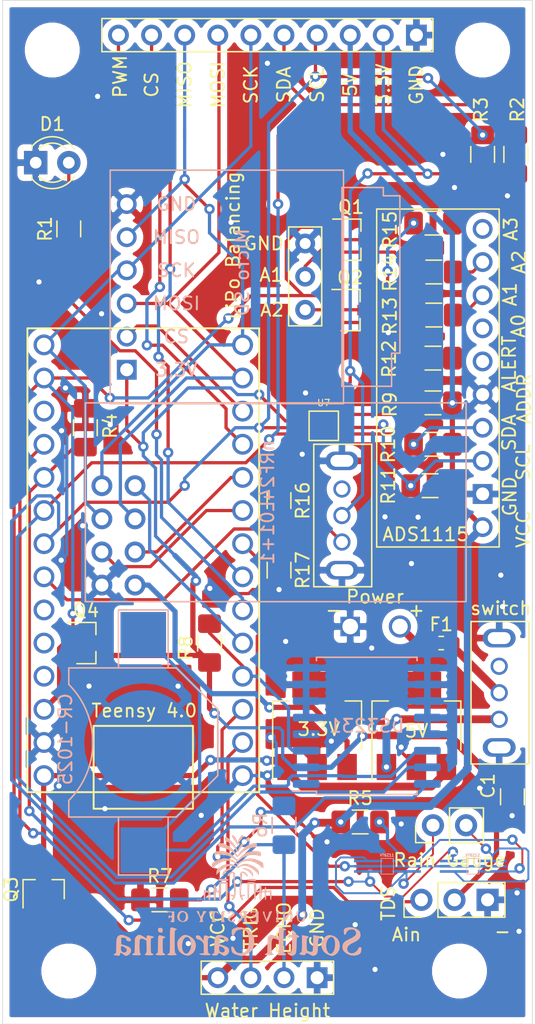
<source format=kicad_pcb>
(kicad_pcb (version 20171130) (host pcbnew "(5.1.6)-1")
  (layers (0 F.Cu signal) (31 B.Cu signal) (34 B.Paste user) (35 F.Paste user) (36 B.SilkS user) (37 F.SilkS user) (38 B.Mask user) (39 F.Mask user) (44 Edge.Cuts user))
  (net 0 "")
  (net 1 GND)
  (net 2 "Net-(D1-Pad2)")
  (net 3 "Net-(F1-Pad1)")
  (net 4 "Net-(F1-Pad2)")
  (net 5 "Net-(R5-Pad2)")
  (net 6 "Net-(VT6Z11-Pad3)")
  (net 7 "Net-(VT6Z12-Pad1)")
  (net 8 "Net-(U5-Pad1)")
  (net 9 "Net-(switch1-Pad3)")
  (net 10 "Net-(U1-Pad28)")
  (net 11 "Net-(U1-Pad30)")
  (net 12 "Net-(U1-Pad2)")
  (net 13 "Net-(U1-Pad29)")
  (net 14 "Net-(U1-Pad22)")
  (net 15 "Net-(BT1-Pad1)")
  (net 16 "Net-(C1-Pad1)")
  (net 17 "Net-(Micro_SD1-Pad2)")
  (net 18 "Net-(Micro_SD1-Pad3)")
  (net 19 "Net-(Micro_SD1-Pad4)")
  (net 20 "Net-(Micro_SD1-Pad5)")
  (net 21 "Net-(U1-Pad9)")
  (net 22 "Net-(U1-Pad10)")
  (net 23 "Net-(U1-Pad5)")
  (net 24 "Net-(R1-Pad1)")
  (net 25 "Net-(R2-Pad2)")
  (net 26 "Net-(R3-Pad2)")
  (net 27 "Net-(R4-Pad1)")
  (net 28 "Net-(R6-Pad1)")
  (net 29 "Net-(R6-Pad2)")
  (net 30 "Net-(R8-Pad2)")
  (net 31 "Net-(TDS_3pin1-Pad1)")
  (net 32 "Net-(U1-Pad7)")
  (net 33 "Net-(U1-Pad11)")
  (net 34 "Net-(U1-Pad8)")
  (net 35 "Net-(U2-Pad1)")
  (net 36 "Net-(U2-Pad4)")
  (net 37 "Net-(U4-Pad5)")
  (net 38 "Net-(R9-Pad2)")
  (net 39 "Net-(R10-Pad1)")
  (net 40 "Net-(R11-Pad1)")
  (net 41 "Net-(R12-Pad1)")
  (net 42 "Net-(R12-Pad2)")
  (net 43 "Net-(switch2-Pad3)")
  (net 44 "Net-(Q1-Pad1)")
  (net 45 "Net-(Q1-Pad2)")
  (net 46 "Net-(Q1-Pad3)")
  (net 47 "Net-(Q2-Pad3)")
  (net 48 "Net-(Q2-Pad2)")
  (net 49 "Net-(R14-Pad1)")
  (net 50 "Net-(R16-Pad2)")
  (net 51 "Net-(U4-Pad1)")
  (net 52 "Net-(U4-Pad4)")
  (net 53 "Net-(VT6Z11-Pad5)")
  (net 54 "Net-(VT6Z11-Pad2)")
  (net 55 "Net-(VT6Z12-Pad5)")
  (net 56 "Net-(U6-Pad3)")
  (net 57 "Net-(Q3-Pad2)")
  (net 58 "Net-(Q3-Pad3)")
  (net 59 "Net-(Q4-Pad3)")
  (module custom:ADS_Conn (layer F.Cu) (at 161.6456 93.8276 270)
    (fp_text reference "LiPo Balancing" (at -3.6576 6.8072 90) (layer F.SilkS))
    (fp_text value ADS_Conn)
    (fp_text user A2 (at 1.27 3.81) (layer F.SilkS))
    (fp_text user A1 (at -1.397 3.8735) (layer F.SilkS))
    (fp_text user GND (at -3.81 4.445) (layer F.SilkS))
    (pad 3 thru_hole circle (at 1.27 1.27 270) (size 1.524 1.524) (drill 0.85) (layers *.Cu *.Mask) (net 47 "Net-(Q2-Pad3)"))
    (pad 2 thru_hole circle (at -1.27 1.27 270) (size 1.524 1.524) (drill 0.85) (layers *.Cu *.Mask) (net 46 "Net-(Q1-Pad3)"))
    (pad 1 thru_hole circle (at -3.81 1.27 270) (size 1.524 1.524) (drill 0.85) (layers *.Cu *.Mask) (net 1 GND))
  )
  (module UofSC_logo:uofsc_logo_0_75in (layer B.Cu) (at 155.194 139.954 180)
    (fp_text reference G*** hide)
    (fp_text value LOGO hide)
  )
  (module custom:teensy4.0 (layer F.Cu) (at 147.32 114.3 90)
    (fp_text reference "Teensy 4.0" (at -11.5316 0.7112 180) (layer F.SilkS))
    (fp_text value Teensy4.0)
    (pad 1 thru_hole circle (at -16.51 8.255 90) (size 1.6 1.6) (drill 1.1) (layers *.Cu *.Mask) (net 1 GND))
    (pad 26 thru_hole circle (at 1.27 -6.985 90) (size 1.6 1.6) (drill 1.1) (layers *.Cu *.Mask) (net 26 "Net-(R3-Pad2)"))
    (pad 7 thru_hole circle (at -1.27 8.255 90) (size 1.6 1.6) (drill 1.1) (layers *.Cu *.Mask) (net 32 "Net-(U1-Pad7)"))
    (pad 11 thru_hole circle (at 8.89 8.255 90) (size 1.6 1.6) (drill 1.1) (layers *.Cu *.Mask) (net 33 "Net-(U1-Pad11)"))
    (pad 12 thru_hole circle (at 11.43 8.255 90) (size 1.6 1.6) (drill 1.1) (layers *.Cu *.Mask) (net 17 "Net-(Micro_SD1-Pad2)"))
    (pad 14 thru_hole circle (at 16.51 8.255 90) (size 1.6 1.6) (drill 1.1) (layers *.Cu *.Mask) (net 20 "Net-(Micro_SD1-Pad5)"))
    (pad 32 thru_hole circle (at -13.97 -6.985 90) (size 1.6 1.6) (drill 1.1) (layers *.Cu *.Mask) (net 1 GND))
    (pad 28 thru_hole circle (at -3.81 -6.985 90) (size 1.6 1.6) (drill 1.1) (layers *.Cu *.Mask) (net 10 "Net-(U1-Pad28)"))
    (pad 23 thru_hole circle (at 8.89 -6.985 90) (size 1.6 1.6) (drill 1.1) (layers *.Cu *.Mask) (net 31 "Net-(TDS_3pin1-Pad1)"))
    (pad 13 thru_hole circle (at 13.97 8.255 90) (size 1.6 1.6) (drill 1.1) (layers *.Cu *.Mask) (net 18 "Net-(Micro_SD1-Pad3)"))
    (pad 33 thru_hole circle (at -16.51 -6.985 90) (size 1.6 1.6) (drill 1.1) (layers *.Cu *.Mask) (net 58 "Net-(Q3-Pad3)"))
    (pad 30 thru_hole circle (at -8.89 -6.985 90) (size 1.6 1.6) (drill 1.1) (layers *.Cu *.Mask) (net 11 "Net-(U1-Pad30)"))
    (pad 27 thru_hole circle (at -1.27 -6.985 90) (size 1.6 1.6) (drill 1.1) (layers *.Cu *.Mask) (net 50 "Net-(R16-Pad2)"))
    (pad 25 thru_hole circle (at 3.81 -6.985 90) (size 1.6 1.6) (drill 1.1) (layers *.Cu *.Mask) (net 25 "Net-(R2-Pad2)"))
    (pad 24 thru_hole circle (at 6.35 -6.985 90) (size 1.6 1.6) (drill 1.1) (layers *.Cu *.Mask) (net 27 "Net-(R4-Pad1)"))
    (pad 20 thru_hole circle (at 16.51 -6.985 90) (size 1.6 1.6) (drill 1.1) (layers *.Cu *.Mask) (net 19 "Net-(Micro_SD1-Pad4)"))
    (pad 2 thru_hole circle (at -13.97 8.255 90) (size 1.6 1.6) (drill 1.1) (layers *.Cu *.Mask) (net 12 "Net-(U1-Pad2)"))
    (pad 21 thru_hole circle (at 13.97 -6.985 90) (size 1.6 1.6) (drill 1.1) (layers *.Cu *.Mask) (net 44 "Net-(Q1-Pad1)"))
    (pad 29 thru_hole circle (at -6.35 -6.985 90) (size 1.6 1.6) (drill 1.1) (layers *.Cu *.Mask) (net 13 "Net-(U1-Pad29)"))
    (pad 3 thru_hole circle (at -11.43 8.255 90) (size 1.6 1.6) (drill 1.1) (layers *.Cu *.Mask) (net 28 "Net-(R6-Pad1)"))
    (pad 4 thru_hole circle (at -8.89 8.255 90) (size 1.6 1.6) (drill 1.1) (layers *.Cu *.Mask) (net 30 "Net-(R8-Pad2)"))
    (pad 5 thru_hole circle (at -6.35 8.255 90) (size 1.6 1.6) (drill 1.1) (layers *.Cu *.Mask) (net 23 "Net-(U1-Pad5)"))
    (pad 9 thru_hole circle (at 3.81 8.255 90) (size 1.6 1.6) (drill 1.1) (layers *.Cu *.Mask) (net 21 "Net-(U1-Pad9)"))
    (pad 6 thru_hole circle (at -3.81 8.255 90) (size 1.6 1.6) (drill 1.1) (layers *.Cu *.Mask) (net 24 "Net-(R1-Pad1)"))
    (pad 8 thru_hole circle (at 1.27 8.255 90) (size 1.6 1.6) (drill 1.1) (layers *.Cu *.Mask) (net 34 "Net-(U1-Pad8)"))
    (pad 10 thru_hole circle (at 6.35 8.255 90) (size 1.6 1.6) (drill 1.1) (layers *.Cu *.Mask) (net 22 "Net-(U1-Pad10)"))
    (pad 31 thru_hole circle (at -11.43 -6.985 90) (size 1.6 1.6) (drill 1.1) (layers *.Cu *.Mask) (net 59 "Net-(Q4-Pad3)"))
    (pad 22 thru_hole circle (at 11.43 -6.985 90) (size 1.6 1.6) (drill 1.1) (layers *.Cu *.Mask) (net 14 "Net-(U1-Pad22)"))
  )
  (module MountingHole:MountingHole_3.2mm_M3 (layer F.Cu) (at 140.97 75.184)
    (fp_text reference REF** hide)
    (fp_text value MountingHole_3.2mm_M3)
    (pad 1 np_thru_hole circle (at 0 0) (size 3.2 3.2) (drill 3.2) (layers *.Cu *.Mask))
  )
  (module MountingHole:MountingHole_3.2mm_M3 (layer F.Cu) (at 173.99 75.184)
    (fp_text reference REF** hide)
    (fp_text value MountingHole_3.2mm_M3)
    (pad 1 np_thru_hole circle (at 0 0) (size 3.2 3.2) (drill 3.2) (layers *.Cu *.Mask))
  )
  (module MountingHole:MountingHole_3.2mm_M3 (layer F.Cu) (at 142.24 145.796)
    (fp_text reference REF** hide)
    (fp_text value MountingHole_3.2mm_M3)
    (pad 1 np_thru_hole circle (at 0 0) (size 3.2 3.2) (drill 3.2) (layers *.Cu *.Mask))
  )
  (module MountingHole:MountingHole_3.2mm_M3 (layer F.Cu) (at 172.212 145.796)
    (fp_text reference REF** hide)
    (fp_text value MountingHole_3.2mm_M3)
    (pad 1 np_thru_hole circle (at 0 0) (size 3.2 3.2) (drill 3.2) (layers *.Cu *.Mask))
  )
  (module custom:VT6Z1 (layer F.Cu) (at 173.228 137.16)
    (fp_text reference VT6Z12 (at 0 -0.25 180) (layer B.SilkS) (effects (font (size 0.2 0.2) (thickness 0.05))))
    (fp_text value VT6Z1)
    (pad 6 smd rect (at -1.425 0.2 270) (size 0.2 2.2) (layers B.Cu B.Paste B.Mask) (net 27 "Net-(R4-Pad1)"))
    (pad 5 smd rect (at -1.425 0.6 270) (size 0.2 2.2) (layers B.Cu B.Paste B.Mask) (net 55 "Net-(VT6Z12-Pad5)"))
    (pad 4 smd rect (at -1.425 1 270) (size 0.2 2.2) (layers B.Cu B.Paste B.Mask) (net 7 "Net-(VT6Z12-Pad1)"))
    (pad 3 smd rect (at 1.5 1 270) (size 0.2 2.2) (layers B.Cu B.Paste B.Mask) (net 5 "Net-(R5-Pad2)"))
    (pad 2 smd rect (at 1.5 0.6 270) (size 0.2 2.2) (layers B.Cu B.Paste B.Mask) (net 34 "Net-(U1-Pad8)"))
    (pad 1 smd rect (at 1.5 0.1905 270) (size 0.2 2.2) (layers B.Cu B.Paste B.Mask) (net 7 "Net-(VT6Z12-Pad1)"))
  )
  (module custom:VT6Z1 (layer F.Cu) (at 166.648 137.16)
    (fp_text reference VT6Z11 (at 0 -0.25 180) (layer B.SilkS) (effects (font (size 0.2 0.2) (thickness 0.05))))
    (fp_text value VT6Z1)
    (pad 6 smd rect (at -1.425 0.2 270) (size 0.2 2.2) (layers B.Cu B.Paste B.Mask) (net 6 "Net-(VT6Z11-Pad3)"))
    (pad 5 smd rect (at -1.425 0.6 270) (size 0.2 2.2) (layers B.Cu B.Paste B.Mask) (net 53 "Net-(VT6Z11-Pad5)"))
    (pad 4 smd rect (at -1.425 1 270) (size 0.2 2.2) (layers B.Cu B.Paste B.Mask) (net 27 "Net-(R4-Pad1)"))
    (pad 3 smd rect (at 1.5 1 270) (size 0.2 2.2) (layers B.Cu B.Paste B.Mask) (net 6 "Net-(VT6Z11-Pad3)"))
    (pad 2 smd rect (at 1.5 0.6 270) (size 0.2 2.2) (layers B.Cu B.Paste B.Mask) (net 54 "Net-(VT6Z11-Pad2)"))
    (pad 1 smd rect (at 1.5 0.1905 270) (size 0.2 2.2) (layers B.Cu B.Paste B.Mask) (net 5 "Net-(R5-Pad2)"))
  )
  (module Connector_PinHeader_2.54mm:PinHeader_1x02_P2.54mm_Vertical (layer F.Cu) (at 170.18 134.62 90)
    (fp_text reference "Rain Gauge" (at -2.667 1.27 180) (layer F.SilkS))
    (fp_text value rg_2pin)
    (pad 1 thru_hole circle (at 0 0 90) (size 1.7 1.7) (drill 1) (layers *.Cu *.Mask) (net 6 "Net-(VT6Z11-Pad3)"))
    (pad 2 thru_hole oval (at 0 2.54 90) (size 1.7 1.7) (drill 1) (layers *.Cu *.Mask) (net 7 "Net-(VT6Z12-Pad1)"))
  )
  (module custom:ADS1115 (layer F.Cu) (at 175.26 100.33 270)
    (fp_text reference ADS1115 (at 11.9888 5.6388 180) (layer F.SilkS))
    (fp_text value ADS1115)
    (fp_text user A3 (at -11.43 -0.889 90) (layer F.SilkS))
    (fp_text user A2 (at -8.89 -1.524 90) (layer F.SilkS))
    (fp_text user A1 (at -6.4135 -0.8255 90) (layer F.SilkS))
    (fp_text user A0 (at -4.0005 -1.4605 90) (layer F.SilkS))
    (fp_text user ALERT (at -1.0795 -0.762 90) (layer F.SilkS))
    (fp_text user ADDR (at 1.5875 -1.905 90) (layer F.SilkS))
    (fp_text user SDA (at 4.191 -0.762 90) (layer F.SilkS))
    (fp_text user SCL (at 6.477 -1.8415 90) (layer F.SilkS))
    (fp_text user GND (at 9.0678 -0.8128 90) (layer F.SilkS))
    (fp_text user VCC (at 11.5824 -1.8542 90) (layer F.SilkS))
    (pad 1 thru_hole circle (at -11.43 1.27 270) (size 1.524 1.524) (drill 1) (layers *.Cu *.Mask) (net 51 "Net-(U4-Pad1)"))
    (pad 2 thru_hole circle (at -8.89 1.27 270) (size 1.524 1.524) (drill 1) (layers *.Cu *.Mask) (net 49 "Net-(R14-Pad1)"))
    (pad 3 thru_hole circle (at -6.35 1.27 270) (size 1.524 1.524) (drill 1) (layers *.Cu *.Mask) (net 42 "Net-(R12-Pad2)"))
    (pad 4 thru_hole circle (at -3.81 1.27 270) (size 1.524 1.524) (drill 1) (layers *.Cu *.Mask) (net 52 "Net-(U4-Pad4)"))
    (pad 5 thru_hole circle (at -1.27 1.27 270) (size 1.524 1.524) (drill 1) (layers *.Cu *.Mask) (net 37 "Net-(U4-Pad5)"))
    (pad 6 thru_hole circle (at 1.27 1.27 270) (size 1.524 1.524) (drill 1) (layers *.Cu *.Mask) (net 1 GND))
    (pad 7 thru_hole circle (at 3.81 1.27 270) (size 1.524 1.524) (drill 1) (layers *.Cu *.Mask) (net 39 "Net-(R10-Pad1)"))
    (pad 8 thru_hole circle (at 6.35 1.27 270) (size 1.524 1.524) (drill 1) (layers *.Cu *.Mask) (net 40 "Net-(R11-Pad1)"))
    (pad 9 thru_hole rect (at 8.89 1.27 270) (size 1.524 1.524) (drill 1) (layers *.Cu *.Mask) (net 1 GND))
    (pad 10 thru_hole circle (at 11.43 1.27 270) (size 1.524 1.524) (drill 1) (layers *.Cu *.Mask) (net 57 "Net-(Q3-Pad2)"))
  )
  (module custom:battery_holder_10mm (layer B.Cu) (at 147.955 128.27 270)
    (fp_text reference CR-1025 (at -0.254 5.969 270) (layer B.SilkS) (effects (justify mirror)))
    (fp_text value Battery_Cell)
    (pad 1 smd rect (at 8.255 0) (size 3.5 3.5) (layers B.Cu B.Mask) (net 15 "Net-(BT1-Pad1)"))
    (pad 1 smd rect (at -8.255 0) (size 3.5 3.5) (layers B.Cu B.Mask) (net 15 "Net-(BT1-Pad1)"))
    (pad 2 smd circle (at 0 0) (size 8 8) (layers B.Cu B.Mask) (net 1 GND))
  )
  (module Resistor_SMD:R_1206_3216Metric (layer F.Cu) (at 176.276 132.4386 270)
    (fp_text reference C1 (at -0.8412 1.8796 270) (layer F.SilkS))
    (fp_text value C)
    (pad 1 smd roundrect (at -1.4 0 270) (size 1.25 1.75) (layers F.Cu F.Paste F.Mask) (roundrect_rratio 0.2) (net 16 "Net-(C1-Pad1)"))
    (pad 2 smd roundrect (at 1.4 0 270) (size 1.25 1.75) (layers F.Cu F.Paste F.Mask) (roundrect_rratio 0.2) (net 1 GND))
  )
  (module LED_THT:LED_D3.0mm (layer F.Cu) (at 139.7 83.82)
    (fp_text reference D1 (at 1.27 -2.96) (layer F.SilkS))
    (fp_text value LED)
    (pad 1 thru_hole rect (at 0 0) (size 1.8 1.8) (drill 0.9) (layers *.Cu *.Mask) (net 1 GND))
    (pad 2 thru_hole circle (at 2.54 0) (size 1.8 1.8) (drill 0.9) (layers *.Cu *.Mask) (net 2 "Net-(D1-Pad2)"))
  )
  (module Resistor_SMD:R_0603_1608Metric_Pad1.05x0.95mm_HandSolder (layer F.Cu) (at 170.815 120.65)
    (fp_text reference F1 (at 0 -1.43) (layer F.SilkS))
    (fp_text value Fuse)
    (pad 1 smd roundrect (at -0.875 0) (size 1.05 0.95) (layers F.Cu F.Paste F.Mask) (net 3 "Net-(F1-Pad1)"))
    (pad 2 smd roundrect (at 0.875 0) (size 1.05 0.95) (layers F.Cu F.Paste F.Mask) (net 4 "Net-(F1-Pad2)"))
  )
  (module custom:small_microSD (layer F.Cu) (at 145.415 93.345 90)
    (fp_text reference "Micro SD" (at 1.1176 10.1346 90) (layer B.SilkS) (effects (justify mirror)))
    (fp_text value small_microSD)
    (fp_text user 3,3V (at -6.35 5.08) (layer B.SilkS))
    (fp_text user CS (at -3.81 5.08) (layer B.SilkS))
    (fp_text user MOSI (at -1.27 5.08) (layer B.SilkS))
    (fp_text user SCK (at 1.27 5.08) (layer B.SilkS))
    (fp_text user MISO (at 3.81 5.08) (layer B.SilkS))
    (fp_text user GND (at 6.35 5.08) (layer B.SilkS))
    (pad 1 thru_hole rect (at -6.35 1.27 90) (size 1.524 1.524) (drill 1) (layers *.Cu *.Mask) (net 16 "Net-(C1-Pad1)"))
    (pad 2 thru_hole circle (at -3.81 1.27 90) (size 1.524 1.524) (drill 1) (layers *.Cu *.Mask) (net 17 "Net-(Micro_SD1-Pad2)"))
    (pad 3 thru_hole circle (at -1.27 1.27 90) (size 1.524 1.524) (drill 1) (layers *.Cu *.Mask) (net 18 "Net-(Micro_SD1-Pad3)"))
    (pad 4 thru_hole circle (at 1.27 1.27 90) (size 1.524 1.524) (drill 1) (layers *.Cu *.Mask) (net 19 "Net-(Micro_SD1-Pad4)"))
    (pad 5 thru_hole circle (at 3.81 1.27 90) (size 1.524 1.524) (drill 1) (layers *.Cu *.Mask) (net 20 "Net-(Micro_SD1-Pad5)"))
    (pad 6 thru_hole circle (at 6.35 1.27 90) (size 1.524 1.524) (drill 1) (layers *.Cu *.Mask) (net 1 GND))
  )
  (module custom:nRF24L01+ (layer F.Cu) (at 156.21 109.855 270)
    (fp_text reference nRF24L01+1 (at 0 -1.27 90) (layer B.SilkS) (effects (justify mirror)))
    (fp_text value nRF24L01+)
    (pad 8 thru_hole circle (at -1.27 11.43 270) (size 1.6 1.6) (drill 1) (layers *.Cu *.Mask) (net 20 "Net-(Micro_SD1-Pad5)"))
    (pad 4 thru_hole circle (at -1.27 8.89 270) (size 1.6 1.6) (drill 1) (layers *.Cu *.Mask) (net 23 "Net-(U1-Pad5)"))
    (pad 1 thru_hole circle (at 6.35 8.89 270) (size 1.6 1.6) (drill 1) (layers *.Cu *.Mask) (net 56 "Net-(U6-Pad3)"))
    (pad 2 thru_hole circle (at 3.81 8.89 270) (size 1.6 1.6) (drill 1) (layers *.Cu *.Mask) (net 22 "Net-(U1-Pad10)"))
    (pad 6 thru_hole circle (at 3.81 11.43 270) (size 1.6 1.6) (drill 1) (layers *.Cu *.Mask) (net 21 "Net-(U1-Pad9)"))
    (pad 5 thru_hole circle (at 6.35 11.43 270) (size 1.6 1.6) (drill 1) (layers *.Cu *.Mask) (net 1 GND))
    (pad 7 thru_hole circle (at 1.27 11.43 270) (size 1.6 1.6) (drill 1) (layers *.Cu *.Mask) (net 19 "Net-(Micro_SD1-Pad4)"))
    (pad 3 thru_hole circle (at 1.27 8.89 270) (size 1.6 1.6) (drill 1) (layers *.Cu *.Mask) (net 18 "Net-(Micro_SD1-Pad3)"))
  )
  (module custom:XT60PW (layer F.Cu) (at 166.37 116.84)
    (fp_text reference Power (at -0.635 0.254) (layer F.SilkS))
    (fp_text value XP60PW)
    (fp_text user + (at 2.54 1.27) (layer F.SilkS))
    (fp_text user - (at -3.81 1.27) (layer F.SilkS))
    (pad 2 thru_hole circle (at 1.27 2.54) (size 1.7 1.7) (drill 1.2) (layers *.Cu *.Mask) (net 3 "Net-(F1-Pad1)"))
    (pad 1 thru_hole rect (at -2.54 2.54) (size 1.5 1.5) (drill 1.2) (layers *.Cu *.Mask) (net 1 GND))
  )
  (module Resistor_SMD:R_1206_3216Metric_Pad1.42x1.75mm_HandSolder (layer F.Cu) (at 142.24 88.9 90)
    (fp_text reference R1 (at 0 -1.82 90) (layer F.SilkS))
    (fp_text value 1k)
    (pad 2 smd roundrect (at 1.4875 0 90) (size 1.425 1.75) (layers F.Cu F.Paste F.Mask) (roundrect_rratio 0.175439) (net 2 "Net-(D1-Pad2)"))
    (pad 1 smd roundrect (at -1.4875 0 90) (size 1.425 1.75) (layers F.Cu F.Paste F.Mask) (roundrect_rratio 0.175439) (net 24 "Net-(R1-Pad1)"))
  )
  (module Resistor_SMD:R_1206_3216Metric_Pad1.42x1.75mm_HandSolder (layer F.Cu) (at 176.53 83.185 90)
    (fp_text reference R2 (at 3.429 0.127 90) (layer F.SilkS))
    (fp_text value 4.7k)
    (pad 2 smd roundrect (at 1.4875 0 90) (size 1.425 1.75) (layers F.Cu F.Paste F.Mask) (roundrect_rratio 0.175439) (net 25 "Net-(R2-Pad2)"))
    (pad 1 smd roundrect (at -1.4875 0 90) (size 1.425 1.75) (layers F.Cu F.Paste F.Mask) (roundrect_rratio 0.175439) (net 16 "Net-(C1-Pad1)"))
  )
  (module Resistor_SMD:R_1206_3216Metric_Pad1.42x1.75mm_HandSolder (layer F.Cu) (at 173.99 83.185 90)
    (fp_text reference R3 (at 3.429 -0.127 90) (layer F.SilkS))
    (fp_text value 4.7k)
    (pad 1 smd roundrect (at -1.4875 0 90) (size 1.425 1.75) (layers F.Cu F.Paste F.Mask) (roundrect_rratio 0.175439) (net 16 "Net-(C1-Pad1)"))
    (pad 2 smd roundrect (at 1.4875 0 90) (size 1.425 1.75) (layers F.Cu F.Paste F.Mask) (roundrect_rratio 0.175439) (net 26 "Net-(R3-Pad2)"))
  )
  (module Resistor_SMD:R_1206_3216Metric_Pad1.42x1.75mm_HandSolder (layer F.Cu) (at 143.51 104.14 90)
    (fp_text reference R4 (at 0.127 1.905 90) (layer F.SilkS))
    (fp_text value R)
    (pad 1 smd roundrect (at -1.4875 0 90) (size 1.425 1.75) (layers F.Cu F.Paste F.Mask) (roundrect_rratio 0.175439) (net 27 "Net-(R4-Pad1)"))
    (pad 2 smd roundrect (at 1.4875 0 90) (size 1.425 1.75) (layers F.Cu F.Paste F.Mask) (roundrect_rratio 0.175439) (net 1 GND))
  )
  (module Resistor_SMD:R_1206_3216Metric_Pad1.42x1.75mm_HandSolder (layer F.Cu) (at 164.592 134.366)
    (fp_text reference R5 (at 0 -1.82) (layer F.SilkS))
    (fp_text value R)
    (pad 2 smd roundrect (at 1.4875 0) (size 1.425 1.75) (layers F.Cu F.Paste F.Mask) (roundrect_rratio 0.175439) (net 5 "Net-(R5-Pad2)"))
    (pad 1 smd roundrect (at -1.4875 0) (size 1.425 1.75) (layers F.Cu F.Paste F.Mask) (roundrect_rratio 0.175439) (net 57 "Net-(Q3-Pad2)"))
  )
  (module Resistor_SMD:R_1206_3216Metric_Pad1.42x1.75mm_HandSolder (layer B.Cu) (at 158.75 134.62 270)
    (fp_text reference R6 (at 0 1.82 270) (layer B.SilkS) (effects (justify mirror)))
    (fp_text value 2.2k)
    (pad 1 smd roundrect (at -1.4875 0 270) (size 1.425 1.75) (layers B.Cu B.Paste B.Mask) (roundrect_rratio 0.175439) (net 28 "Net-(R6-Pad1)"))
    (pad 2 smd roundrect (at 1.4875 0 270) (size 1.425 1.75) (layers B.Cu B.Paste B.Mask) (roundrect_rratio 0.175) (net 29 "Net-(R6-Pad2)"))
  )
  (module Resistor_SMD:R_1206_3216Metric_Pad1.42x1.75mm_HandSolder (layer F.Cu) (at 149.225 140.335)
    (fp_text reference R7 (at 0 -1.82) (layer F.SilkS))
    (fp_text value 2.2k)
    (pad 2 smd roundrect (at 1.4875 0) (size 1.425 1.75) (layers F.Cu F.Paste F.Mask) (roundrect_rratio 0.175) (net 29 "Net-(R6-Pad2)"))
    (pad 1 smd roundrect (at -1.4875 0) (size 1.425 1.75) (layers F.Cu F.Paste F.Mask) (roundrect_rratio 0.175439) (net 1 GND))
  )
  (module Resistor_SMD:R_1206_3216Metric_Pad1.42x1.75mm_HandSolder (layer F.Cu) (at 153.035 120.65 90)
    (fp_text reference R8 (at -0.381 -1.82 90) (layer F.SilkS))
    (fp_text value 4.7k)
    (pad 1 smd roundrect (at -1.4875 0 90) (size 1.425 1.75) (layers F.Cu F.Paste F.Mask) (roundrect_rratio 0.175439) (net 16 "Net-(C1-Pad1)"))
    (pad 2 smd roundrect (at 1.4875 0 90) (size 1.425 1.75) (layers F.Cu F.Paste F.Mask) (roundrect_rratio 0.175439) (net 30 "Net-(R8-Pad2)"))
  )
  (module custom:grounded_switch (layer F.Cu) (at 170.18 124.46 90)
    (fp_text reference switch (at 6.477 5.207 180) (layer F.SilkS))
    (fp_text value grounded_switch)
    (pad 1 thru_hole circle (at -2.032 5.08 90) (size 1.324 1.324) (drill 0.914) (layers *.Cu *.Mask) (net 8 "Net-(U5-Pad1)"))
    (pad 2 thru_hole circle (at 0 5.08 90) (size 1.324 1.324) (drill 0.914) (layers *.Cu *.Mask) (net 4 "Net-(F1-Pad2)"))
    (pad 3 thru_hole circle (at 2.032 5.08 90) (size 1.324 1.324) (drill 0.914) (layers *.Cu *.Mask) (net 9 "Net-(switch1-Pad3)"))
    (pad 4 thru_hole oval (at -4.191 5.08 180) (size 2.524 1.424) (drill oval 1.76 0.914) (layers *.Cu *.Mask) (net 1 GND))
    (pad 5 thru_hole oval (at 4.191 5.08 180) (size 2.524 1.424) (drill oval 1.76 0.914) (layers *.Cu *.Mask) (net 1 GND))
  )
  (module Connector_PinHeader_2.54mm:PinHeader_1x03_P2.54mm_Vertical (layer F.Cu) (at 169.291 140.335 90)
    (fp_text reference TDS (at -0.254 -2.54 90) (layer F.SilkS))
    (fp_text value tds_3pin)
    (pad 1 thru_hole circle (at 0 0 90) (size 1.7 1.7) (drill 1) (layers *.Cu *.Mask) (net 31 "Net-(TDS_3pin1-Pad1)"))
    (pad 2 thru_hole oval (at 0 2.54 90) (size 1.7 1.7) (drill 1) (layers *.Cu *.Mask) (net 16 "Net-(C1-Pad1)"))
    (pad 3 thru_hole rect (at 0 5.08 90) (size 1.7 1.7) (drill 1) (layers *.Cu *.Mask) (net 1 GND))
  )
  (module custom:top_rail (layer F.Cu) (at 156.21 74.041)
    (fp_text reference top_rail1 hide)
    (fp_text value top_rail)
    (fp_text user CS (at -7.62 3.81 90) (layer F.SilkS))
    (fp_text user MISO (at -5.08 3.81 90) (layer F.SilkS))
    (fp_text user MOSI (at -2.54 3.81 90) (layer F.SilkS))
    (fp_text user SCK (at 0 3.81 90) (layer F.SilkS))
    (fp_text user SDA (at 2.54 3.81 90) (layer F.SilkS))
    (fp_text user SCL (at 5.08 3.81 90) (layer F.SilkS))
    (fp_text user 5V (at 7.62 3.81 90) (layer F.SilkS))
    (fp_text user 3.3V (at 10.16 3.81 90) (layer F.SilkS))
    (fp_text user GND (at 12.7 3.81 90) (layer F.SilkS))
    (fp_text user PWM (at -10.033 3.175 90) (layer F.SilkS))
    (pad 1 thru_hole circle (at -7.62 0) (size 1.6 1.6) (drill 1) (layers *.Cu *.Mask) (net 32 "Net-(U1-Pad7)"))
    (pad 2 thru_hole circle (at -5.08 0) (size 1.6 1.6) (drill 1) (layers *.Cu *.Mask) (net 20 "Net-(Micro_SD1-Pad5)"))
    (pad 3 thru_hole circle (at -2.54 0) (size 1.6 1.6) (drill 1) (layers *.Cu *.Mask) (net 18 "Net-(Micro_SD1-Pad3)"))
    (pad 4 thru_hole circle (at 0 0) (size 1.6 1.6) (drill 1) (layers *.Cu *.Mask) (net 19 "Net-(Micro_SD1-Pad4)"))
    (pad 5 thru_hole circle (at 2.54 0) (size 1.6 1.6) (drill 1) (layers *.Cu *.Mask) (net 25 "Net-(R2-Pad2)"))
    (pad 6 thru_hole circle (at 5.08 0) (size 1.6 1.6) (drill 1) (layers *.Cu *.Mask) (net 26 "Net-(R3-Pad2)"))
    (pad 7 thru_hole circle (at 7.62 0) (size 1.6 1.6) (drill 1) (layers *.Cu *.Mask) (net 57 "Net-(Q3-Pad2)"))
    (pad 8 thru_hole circle (at 10.16 0) (size 1.6 1.6) (drill 1) (layers *.Cu *.Mask) (net 16 "Net-(C1-Pad1)"))
    (pad 9 thru_hole rect (at 12.7 0) (size 1.6 1.6) (drill 1) (layers *.Cu *.Mask) (net 1 GND))
    (pad 10 thru_hole circle (at -10.16 0) (size 1.6 1.6) (drill 1) (layers *.Cu *.Mask) (net 33 "Net-(U1-Pad11)"))
  )
  (module Package_SO:SOIC-16W_7.5x10.3mm_P1.27mm (layer B.Cu) (at 165.1 127)
    (fp_text reference U2 hide)
    (fp_text value DS3231M)
    (pad 1 smd roundrect (at -4.65 4.445) (size 2.05 0.6) (layers B.Cu B.Paste B.Mask) (net 35 "Net-(U2-Pad1)"))
    (pad 2 smd roundrect (at -4.65 3.175) (size 2.05 0.6) (layers B.Cu B.Paste B.Mask) (net 16 "Net-(C1-Pad1)"))
    (pad 3 smd roundrect (at -4.65 1.905) (size 2.05 0.6) (layers B.Cu B.Paste B.Mask) (net 30 "Net-(R8-Pad2)"))
    (pad 4 smd roundrect (at -4.65 0.635) (size 2.05 0.6) (layers B.Cu B.Paste B.Mask) (net 36 "Net-(U2-Pad4)"))
    (pad 5 smd roundrect (at -4.65 -0.635) (size 2.05 0.6) (layers B.Cu B.Paste B.Mask) (net 1 GND))
    (pad 6 smd roundrect (at -4.65 -1.905) (size 2.05 0.6) (layers B.Cu B.Paste B.Mask) (net 1 GND))
    (pad 7 smd roundrect (at -4.65 -3.175) (size 2.05 0.6) (layers B.Cu B.Paste B.Mask) (net 1 GND))
    (pad 8 smd roundrect (at -4.65 -4.445) (size 2.05 0.6) (layers B.Cu B.Paste B.Mask) (net 1 GND))
    (pad 9 smd roundrect (at 4.65 -4.445) (size 2.05 0.6) (layers B.Cu B.Paste B.Mask) (net 1 GND))
    (pad 10 smd roundrect (at 4.65 -3.175) (size 2.05 0.6) (layers B.Cu B.Paste B.Mask) (net 1 GND))
    (pad 11 smd roundrect (at 4.65 -1.905) (size 2.05 0.6) (layers B.Cu B.Paste B.Mask) (net 1 GND))
    (pad 12 smd roundrect (at 4.65 -0.635) (size 2.05 0.6) (layers B.Cu B.Paste B.Mask) (net 1 GND))
    (pad 13 smd roundrect (at 4.65 0.635) (size 2.05 0.6) (layers B.Cu B.Paste B.Mask) (net 1 GND))
    (pad 14 smd roundrect (at 4.65 1.905) (size 2.05 0.6) (layers B.Cu B.Paste B.Mask) (net 15 "Net-(BT1-Pad1)"))
    (pad 15 smd roundrect (at 4.65 3.175) (size 2.05 0.6) (layers B.Cu B.Paste B.Mask) (net 25 "Net-(R2-Pad2)"))
    (pad 16 smd roundrect (at 4.65 4.445) (size 2.05 0.6) (layers B.Cu B.Paste B.Mask) (net 26 "Net-(R3-Pad2)"))
  )
  (module Package_TO_SOT_SMD:SOT-223-3_TabPin2 (layer F.Cu) (at 168.91 127 90)
    (fp_text reference 5V (at -0.381 0 180) (layer F.SilkS))
    (fp_text value KA78M05_TO252)
    (pad 1 smd rect (at -3.15 -2.3 90) (size 2 1.5) (layers F.Cu F.Paste F.Mask) (net 8 "Net-(U5-Pad1)"))
    (pad 3 smd rect (at -3.15 2.3 90) (size 2 1.5) (layers F.Cu F.Paste F.Mask) (net 58 "Net-(Q3-Pad3)"))
    (pad 2 smd rect (at -3.15 0 90) (size 2 1.5) (layers F.Cu F.Paste F.Mask) (net 1 GND))
    (pad 2 smd rect (at 3.15 0 90) (size 2 3.8) (layers F.Cu F.Paste F.Mask) (net 1 GND))
  )
  (module Package_TO_SOT_SMD:SOT-223-3_TabPin2 (layer F.Cu) (at 161.29 127 90)
    (fp_text reference 3.3V (at -0.254 0.127 180) (layer F.SilkS))
    (fp_text value KA78M05_TO252)
    (pad 1 smd rect (at -3.15 -2.3 90) (size 2 1.5) (layers F.Cu F.Paste F.Mask) (net 58 "Net-(Q3-Pad3)"))
    (pad 3 smd rect (at -3.15 2.3 90) (size 2 1.5) (layers F.Cu F.Paste F.Mask) (net 56 "Net-(U6-Pad3)"))
    (pad 2 smd rect (at -3.15 0 90) (size 2 1.5) (layers F.Cu F.Paste F.Mask) (net 1 GND))
    (pad 2 smd rect (at 3.15 0 90) (size 2 3.8) (layers F.Cu F.Paste F.Mask) (net 1 GND))
  )
  (module custom:HCSR04 (layer F.Cu) (at 157.48 145.034)
    (fp_text reference "Water Height" (at 0 3.81) (layer F.SilkS))
    (fp_text value HCSR04)
    (fp_text user VCC (at -3.81 -2.54 90) (layer F.SilkS))
    (fp_text user TRIG (at -1.27 -2.54 90) (layer F.SilkS))
    (fp_text user ECHO (at 1.27 -2.54 90) (layer F.SilkS))
    (fp_text user GND (at 3.81 -2.54 270) (layer F.SilkS))
    (pad 1 thru_hole rect (at 3.81 1.27) (size 1.6 1.6) (drill 1) (layers *.Cu *.Mask) (net 1 GND))
    (pad 2 thru_hole circle (at 1.27 1.27) (size 1.6 1.6) (drill 1) (layers *.Cu *.Mask) (net 29 "Net-(R6-Pad2)"))
    (pad 3 thru_hole circle (at -1.27 1.27) (size 1.6 1.6) (drill 1) (layers *.Cu *.Mask) (net 12 "Net-(U1-Pad2)"))
    (pad 4 thru_hole circle (at -3.81 1.27) (size 1.6 1.6) (drill 1) (layers *.Cu *.Mask) (net 57 "Net-(Q3-Pad2)"))
  )
  (module Resistor_SMD:R_1206_3216Metric_Pad1.42x1.75mm_HandSolder (layer F.Cu) (at 170.18 102.235 180)
    (fp_text reference R9 (at 3.302 -0.127 90) (layer F.SilkS))
    (fp_text value 200)
    (pad 1 smd roundrect (at -1.4875 0 180) (size 1.425 1.75) (layers F.Cu F.Paste F.Mask) (roundrect_rratio 0.175439) (net 57 "Net-(Q3-Pad2)"))
    (pad 2 smd roundrect (at 1.4875 0 180) (size 1.425 1.75) (layers F.Cu F.Paste F.Mask) (roundrect_rratio 0.175439) (net 38 "Net-(R9-Pad2)"))
  )
  (module Resistor_SMD:R_1206_3216Metric_Pad1.42x1.75mm_HandSolder (layer F.Cu) (at 170.18 105.41)
    (fp_text reference R10 (at -3.429 0 90) (layer F.SilkS))
    (fp_text value 4.7k)
    (pad 2 smd roundrect (at 1.4875 0) (size 1.425 1.75) (layers F.Cu F.Paste F.Mask) (roundrect_rratio 0.175439) (net 57 "Net-(Q3-Pad2)"))
    (pad 1 smd roundrect (at -1.4875 0) (size 1.425 1.75) (layers F.Cu F.Paste F.Mask) (roundrect_rratio 0.175439) (net 39 "Net-(R10-Pad1)"))
  )
  (module Resistor_SMD:R_1206_3216Metric_Pad1.42x1.75mm_HandSolder (layer F.Cu) (at 169.9625 108.585)
    (fp_text reference R11 (at -3.2115 0 90) (layer F.SilkS))
    (fp_text value 4.7k)
    (pad 1 smd roundrect (at -1.4875 0) (size 1.425 1.75) (layers F.Cu F.Paste F.Mask) (roundrect_rratio 0.175439) (net 40 "Net-(R11-Pad1)"))
    (pad 2 smd roundrect (at 1.4875 0) (size 1.425 1.75) (layers F.Cu F.Paste F.Mask) (roundrect_rratio 0.175439) (net 57 "Net-(Q3-Pad2)"))
  )
  (module custom:PCA9306 (layer F.Cu) (at 161.925 102.87)
    (fp_text reference U7 (at -0.127 -0.635) (layer F.SilkS) (effects (font (size 0.5 0.5) (thickness 0.075))))
    (fp_text value PCA9306)
    (pad 1 smd roundrect (at -1.5 0.25) (size 0.75 0.3) (layers F.Cu F.Paste F.Mask) (net 1 GND))
    (pad 2 smd roundrect (at -1.5 0.75) (size 0.75 0.3) (layers F.Cu F.Paste F.Mask) (net 16 "Net-(C1-Pad1)"))
    (pad 3 smd roundrect (at -1.5 1.25) (size 0.75 0.3) (layers F.Cu F.Paste F.Mask) (net 26 "Net-(R3-Pad2)"))
    (pad 4 smd roundrect (at -1.5 1.75) (size 0.75 0.3) (layers F.Cu F.Paste F.Mask) (net 25 "Net-(R2-Pad2)"))
    (pad 5 smd roundrect (at 1.25 1.75) (size 0.75 0.3) (layers F.Cu F.Paste F.Mask) (net 39 "Net-(R10-Pad1)"))
    (pad 6 smd roundrect (at 1.25 1.25) (size 0.75 0.3) (layers F.Cu F.Paste F.Mask) (net 40 "Net-(R11-Pad1)"))
    (pad 7 smd roundrect (at 1.25 0.75) (size 0.75 0.3) (layers F.Cu F.Paste F.Mask) (net 38 "Net-(R9-Pad2)"))
    (pad 8 smd roundrect (at 1.25 0.25) (size 0.75 0.3) (layers F.Cu F.Paste F.Mask) (net 38 "Net-(R9-Pad2)"))
  )
  (module Resistor_SMD:R_1206_3216Metric_Pad1.42x1.75mm_HandSolder (layer F.Cu) (at 158.369 109.728 270)
    (fp_text reference R16 (at 0 -1.82 90) (layer F.SilkS))
    (fp_text value 1k)
    (pad 1 smd roundrect (at -1.4875 0 270) (size 1.425 1.75) (layers F.Cu F.Paste F.Mask) (roundrect_rratio 0.175439) (net 41 "Net-(R12-Pad1)"))
    (pad 2 smd roundrect (at 1.4875 0 270) (size 1.425 1.75) (layers F.Cu F.Paste F.Mask) (roundrect_rratio 0.175439) (net 42 "Net-(R12-Pad2)"))
  )
  (module Resistor_SMD:R_1206_3216Metric_Pad1.42x1.75mm_HandSolder (layer F.Cu) (at 158.369 115.062 270)
    (fp_text reference R17 (at 0 -1.82 90) (layer F.SilkS))
    (fp_text value 10k)
    (pad 2 smd roundrect (at 1.4875 0 270) (size 1.425 1.75) (layers F.Cu F.Paste F.Mask) (roundrect_rratio 0.175439) (net 1 GND))
    (pad 1 smd roundrect (at -1.4875 0 270) (size 1.425 1.75) (layers F.Cu F.Paste F.Mask) (roundrect_rratio 0.175439) (net 42 "Net-(R12-Pad2)"))
  )
  (module custom:grounded_switch (layer F.Cu) (at 158.115 110.871 90)
    (fp_text reference switch2 hide)
    (fp_text value grounded_switch-whs5-rescue)
    (pad 1 thru_hole circle (at -2.032 5.08 90) (size 1.324 1.324) (drill 0.914) (layers *.Cu *.Mask) (net 41 "Net-(R12-Pad1)"))
    (pad 2 thru_hole circle (at 0 5.08 90) (size 1.324 1.324) (drill 0.914) (layers *.Cu *.Mask) (net 16 "Net-(C1-Pad1)"))
    (pad 3 thru_hole circle (at 2.032 5.08 90) (size 1.324 1.324) (drill 0.914) (layers *.Cu *.Mask) (net 43 "Net-(switch2-Pad3)"))
    (pad 4 thru_hole oval (at -4.191 5.08 180) (size 2.524 1.424) (drill oval 1.76 0.914) (layers *.Cu *.Mask) (net 1 GND))
    (pad 5 thru_hole oval (at 4.191 5.08 180) (size 2.524 1.424) (drill oval 1.76 0.914) (layers *.Cu *.Mask) (net 1 GND))
  )
  (module Package_TO_SOT_SMD:SOT-23 (layer F.Cu) (at 163.8935 89.7255)
    (fp_text reference Q1 (at 0 -2.5) (layer F.SilkS))
    (fp_text value BC847)
    (pad 1 smd rect (at -1 -0.95) (size 0.9 0.8) (layers F.Cu F.Paste F.Mask) (net 44 "Net-(Q1-Pad1)"))
    (pad 2 smd rect (at -1 0.95) (size 0.9 0.8) (layers F.Cu F.Paste F.Mask) (net 45 "Net-(Q1-Pad2)"))
    (pad 3 smd rect (at 1 0) (size 0.9 0.8) (layers F.Cu F.Paste F.Mask) (net 46 "Net-(Q1-Pad3)"))
  )
  (module Package_TO_SOT_SMD:SOT-23 (layer F.Cu) (at 163.83 95.123)
    (fp_text reference Q2 (at 0 -2.5) (layer F.SilkS))
    (fp_text value BC847)
    (pad 3 smd rect (at 1 0) (size 0.9 0.8) (layers F.Cu F.Paste F.Mask) (net 47 "Net-(Q2-Pad3)"))
    (pad 2 smd rect (at -1 0.95) (size 0.9 0.8) (layers F.Cu F.Paste F.Mask) (net 48 "Net-(Q2-Pad2)"))
    (pad 1 smd rect (at -1 -0.95) (size 0.9 0.8) (layers F.Cu F.Paste F.Mask) (net 44 "Net-(Q1-Pad1)"))
  )
  (module Resistor_SMD:R_1206_3216Metric_Pad1.42x1.75mm_HandSolder (layer F.Cu) (at 170.18 98.806)
    (fp_text reference R12 (at -3.3655 0.0635 90) (layer F.SilkS))
    (fp_text value 1M)
    (pad 2 smd roundrect (at 1.4875 0) (size 1.425 1.75) (layers F.Cu F.Paste F.Mask) (roundrect_rratio 0.175439) (net 42 "Net-(R12-Pad2)"))
    (pad 1 smd roundrect (at -1.4875 0) (size 1.425 1.75) (layers F.Cu F.Paste F.Mask) (roundrect_rratio 0.175439) (net 1 GND))
  )
  (module Resistor_SMD:R_1206_3216Metric_Pad1.42x1.75mm_HandSolder (layer F.Cu) (at 170.2435 95.504)
    (fp_text reference R13 (at -3.3655 0.0635 90) (layer F.SilkS))
    (fp_text value 10M)
    (pad 1 smd roundrect (at -1.4875 0) (size 1.425 1.75) (layers F.Cu F.Paste F.Mask) (roundrect_rratio 0.175439) (net 45 "Net-(Q1-Pad2)"))
    (pad 2 smd roundrect (at 1.4875 0) (size 1.425 1.75) (layers F.Cu F.Paste F.Mask) (roundrect_rratio 0.175439) (net 42 "Net-(R12-Pad2)"))
  )
  (module Resistor_SMD:R_1206_3216Metric_Pad1.42x1.75mm_HandSolder (layer F.Cu) (at 170.2435 92.202 180)
    (fp_text reference R14 (at 3.3655 -0.0635 90) (layer F.SilkS))
    (fp_text value 1M)
    (pad 1 smd roundrect (at -1.4875 0 180) (size 1.425 1.75) (layers F.Cu F.Paste F.Mask) (roundrect_rratio 0.175439) (net 49 "Net-(R14-Pad1)"))
    (pad 2 smd roundrect (at 1.4875 0 180) (size 1.425 1.75) (layers F.Cu F.Paste F.Mask) (roundrect_rratio 0.175439) (net 45 "Net-(Q1-Pad2)"))
  )
  (module Resistor_SMD:R_1206_3216Metric_Pad1.42x1.75mm_HandSolder (layer F.Cu) (at 170.18 88.4555 180)
    (fp_text reference R15 (at 3.302 -0.508 90) (layer F.SilkS))
    (fp_text value 10M)
    (pad 2 smd roundrect (at 1.4875 0 180) (size 1.425 1.75) (layers F.Cu F.Paste F.Mask) (roundrect_rratio 0.175439) (net 48 "Net-(Q2-Pad2)"))
    (pad 1 smd roundrect (at -1.4875 0 180) (size 1.425 1.75) (layers F.Cu F.Paste F.Mask) (roundrect_rratio 0.175439) (net 49 "Net-(R14-Pad1)"))
  )
  (module Package_TO_SOT_SMD:SOT-23 (layer F.Cu) (at 140.3096 139.5476 90)
    (fp_text reference Q3 (at 0 -2.5 90) (layer F.SilkS))
    (fp_text value BC847)
    (pad 1 smd rect (at -1 -0.95 90) (size 0.9 0.8) (layers F.Cu F.Paste F.Mask) (net 44 "Net-(Q1-Pad1)"))
    (pad 2 smd rect (at -1 0.95 90) (size 0.9 0.8) (layers F.Cu F.Paste F.Mask) (net 57 "Net-(Q3-Pad2)"))
    (pad 3 smd rect (at 1 0 90) (size 0.9 0.8) (layers F.Cu F.Paste F.Mask) (net 58 "Net-(Q3-Pad3)"))
  )
  (module Package_TO_SOT_SMD:SOT-23 (layer F.Cu) (at 143.5608 120.65)
    (fp_text reference Q4 (at 0 -2.5) (layer F.SilkS))
    (fp_text value BC847)
    (pad 3 smd rect (at 1 0) (size 0.9 0.8) (layers F.Cu F.Paste F.Mask) (net 59 "Net-(Q4-Pad3)"))
    (pad 2 smd rect (at -1 0.95) (size 0.9 0.8) (layers F.Cu F.Paste F.Mask) (net 16 "Net-(C1-Pad1)"))
    (pad 1 smd rect (at -1 -0.95) (size 0.9 0.8) (layers F.Cu F.Paste F.Mask) (net 44 "Net-(Q1-Pad1)"))
  )
  (gr_text "Ain\n" (at 168.148 143.002) (layer F.SilkS) (effects (font (size 1 1))))
  (gr_text "-\n" (at 175.514 142.748) (layer F.SilkS) (effects (font (size 1 1)) (justify mirror)))
  (gr_line (start 137.16 149.86) (end 177.8 149.86) (layer Edge.Cuts) (width 0.05))
  (gr_text "DS3231\n" (at 165.1 127) (layer B.SilkS) (effects (font (size 1 1)) (justify mirror)))
  (gr_line (start 137.16 71.374) (end 177.8 71.374) (layer Edge.Cuts) (width 0.05))
  (gr_line (start 137.16 78.74) (end 137.16 71.374) (layer Edge.Cuts) (width 0.05))
  (gr_line (start 177.8 71.628) (end 177.8 71.374) (layer Edge.Cuts) (width 0.05))
  (gr_line (start 177.8 78.74) (end 177.8 71.628) (layer Edge.Cuts) (width 0.05))
  (gr_line (start 137.16 149.86) (end 137.16 142.24) (layer Edge.Cuts) (width 0.05))
  (gr_line (start 177.8 142.24) (end 177.8 149.86) (layer Edge.Cuts) (width 0.05))
  (gr_line (start 137.16 78.74) (end 137.16 142.24) (layer Edge.Cuts) (width 0.05))
  (gr_line (start 177.8 142.24) (end 177.8 78.74) (layer Edge.Cuts) (width 0.05))
  (via (at 176.2506 133.8834) (size 0.8) (drill 0.4) (layers F.Cu B.Cu) (net 1))
  (via (at 160.401 101.473) (size 0.8) (drill 0.4) (layers F.Cu B.Cu) (net 1))
  (segment (start 160.425 101.497) (end 160.401 101.473) (width 0.25) (layer F.Cu) (net 1))
  (segment (start 160.425 103.12) (end 160.425 101.497) (width 0.25) (layer F.Cu) (net 1))
  (via (at 141.986 101.092) (size 0.8) (drill 0.4) (layers F.Cu B.Cu) (net 1))
  (via (at 175.387 115.443) (size 0.8) (drill 0.4) (layers F.Cu B.Cu) (net 1))
  (via (at 152.4 133.858) (size 0.8) (drill 0.4) (layers F.Cu B.Cu) (net 1))
  (via (at 167.737312 128.630105) (size 0.8) (drill 0.4) (layers F.Cu B.Cu) (net 1))
  (segment (start 169.75 127.635) (end 168.732417 127.635) (width 0.25) (layer B.Cu) (net 1))
  (segment (start 168.732417 127.635) (end 167.737312 128.630105) (width 0.25) (layer B.Cu) (net 1))
  (segment (start 167.737312 128.977312) (end 168.91 130.15) (width 0.25) (layer F.Cu) (net 1))
  (segment (start 167.737312 128.630105) (end 167.737312 128.977312) (width 0.25) (layer F.Cu) (net 1))
  (via (at 157.484653 130.805347) (size 0.8) (drill 0.4) (layers F.Cu B.Cu) (net 1))
  (segment (start 155.575 130.81) (end 157.48 130.81) (width 0.25) (layer B.Cu) (net 1))
  (segment (start 157.48 130.81) (end 157.484653 130.805347) (width 0.25) (layer B.Cu) (net 1))
  (via (at 162.052 135.89) (size 0.8) (drill 0.4) (layers F.Cu B.Cu) (net 1))
  (segment (start 161.496304 135.89) (end 162.052 135.89) (width 0.25) (layer F.Cu) (net 1))
  (segment (start 157.484653 131.878349) (end 161.496304 135.89) (width 0.25) (layer F.Cu) (net 1))
  (segment (start 157.484653 130.805347) (end 157.484653 131.878349) (width 0.25) (layer F.Cu) (net 1))
  (via (at 162.3822 128.1684) (size 0.8) (drill 0.4) (layers F.Cu B.Cu) (net 1))
  (via (at 157.734 127.889) (size 0.8) (drill 0.4) (layers F.Cu B.Cu) (net 1))
  (segment (start 157.484653 130.805347) (end 158.150002 130.139998) (width 0.25) (layer B.Cu) (net 1))
  (segment (start 158.150002 128.305002) (end 157.734 127.889) (width 0.25) (layer B.Cu) (net 1))
  (segment (start 158.150002 130.139998) (end 158.150002 128.305002) (width 0.25) (layer B.Cu) (net 1))
  (segment (start 157.734 127.889) (end 159.029 127.889) (width 0.6) (layer F.Cu) (net 1))
  (via (at 168.529 114.554) (size 0.8) (drill 0.4) (layers F.Cu B.Cu) (net 1))
  (via (at 154.686 88.392) (size 0.8) (drill 0.4) (layers F.Cu B.Cu) (net 1))
  (via (at 139.954 92.964) (size 0.8) (drill 0.4) (layers F.Cu B.Cu) (net 1))
  (via (at 175.895 86.36) (size 0.8) (drill 0.4) (layers F.Cu B.Cu) (net 1))
  (via (at 171.831 85.725) (size 0.8) (drill 0.4) (layers F.Cu B.Cu) (net 1))
  (via (at 170.942 83.185) (size 0.8) (drill 0.4) (layers F.Cu B.Cu) (net 1))
  (via (at 169.037 110.998) (size 0.8) (drill 0.4) (layers F.Cu B.Cu) (net 1))
  (via (at 175.514 117.856) (size 0.8) (drill 0.4) (layers F.Cu B.Cu) (net 1))
  (via (at 158.877 120.523) (size 0.8) (drill 0.4) (layers F.Cu B.Cu) (net 1))
  (via (at 165.481 121.031) (size 0.8) (drill 0.4) (layers F.Cu B.Cu) (net 1))
  (via (at 165.735 145.669) (size 0.8) (drill 0.4) (layers F.Cu B.Cu) (net 1))
  (via (at 164.211 142.24) (size 0.8) (drill 0.4) (layers F.Cu B.Cu) (net 1))
  (via (at 176.784 142.748) (size 0.8) (drill 0.4) (layers F.Cu B.Cu) (net 1))
  (via (at 166.497 110.9726) (size 0.8) (drill 0.4) (layers F.Cu B.Cu) (net 1))
  (via (at 160.147 106.172) (size 0.8) (drill 0.4) (layers F.Cu B.Cu) (net 1))
  (via (at 167.7416 134.5184) (size 0.8) (drill 0.4) (layers F.Cu B.Cu) (net 1))
  (segment (start 161.29 129.799998) (end 161.29 130.15) (width 0.6) (layer F.Cu) (net 1))
  (segment (start 159.379002 127.889) (end 161.29 129.799998) (width 0.6) (layer F.Cu) (net 1))
  (segment (start 157.734 127.889) (end 159.379002 127.889) (width 0.6) (layer F.Cu) (net 1))
  (segment (start 152.527 133.858) (end 152.4 133.858) (width 0.25) (layer B.Cu) (net 1))
  (segment (start 155.575 130.81) (end 152.527 133.858) (width 0.25) (layer B.Cu) (net 1))
  (via (at 153.0604 116.459) (size 0.8) (drill 0.4) (layers F.Cu B.Cu) (net 1))
  (segment (start 153.460399 116.858999) (end 153.0604 116.459) (width 0.25) (layer F.Cu) (net 1))
  (segment (start 156.3481 116.5495) (end 156.038601 116.858999) (width 0.25) (layer F.Cu) (net 1))
  (segment (start 156.038601 116.858999) (end 153.460399 116.858999) (width 0.25) (layer F.Cu) (net 1))
  (segment (start 158.369 116.5495) (end 156.3481 116.5495) (width 0.25) (layer F.Cu) (net 1))
  (segment (start 158.877 120.523) (end 158.877 117.0575) (width 0.25) (layer B.Cu) (net 1))
  (via (at 158.369 116.5495) (size 0.8) (drill 0.4) (layers F.Cu B.Cu) (net 1))
  (segment (start 158.877 117.0575) (end 158.369 116.5495) (width 0.25) (layer B.Cu) (net 1))
  (via (at 173.7614 131.7752) (size 0.8) (drill 0.4) (layers F.Cu B.Cu) (net 1))
  (via (at 176.6316 139.8016) (size 0.8) (drill 0.4) (layers F.Cu B.Cu) (net 1))
  (via (at 143.3068 111.6584) (size 0.8) (drill 0.4) (layers F.Cu B.Cu) (net 1))
  (via (at 145.415 103.9114) (size 0.8) (drill 0.4) (layers F.Cu B.Cu) (net 1))
  (via (at 141.483179 131.611055) (size 0.8) (drill 0.4) (layers F.Cu B.Cu) (net 1))
  (segment (start 141.460001 131.587877) (end 141.483179 131.611055) (width 0.25) (layer B.Cu) (net 1))
  (segment (start 140.335 128.27) (end 141.460001 129.395001) (width 0.25) (layer B.Cu) (net 1))
  (segment (start 141.460001 129.395001) (end 141.460001 131.587877) (width 0.25) (layer B.Cu) (net 1))
  (segment (start 147.7375 137.865376) (end 147.7375 140.335) (width 0.25) (layer F.Cu) (net 1))
  (segment (start 141.483179 131.611055) (end 147.7375 137.865376) (width 0.25) (layer F.Cu) (net 1))
  (via (at 141.6812 104.3686) (size 0.8) (drill 0.4) (layers F.Cu B.Cu) (net 1))
  (segment (start 145.415 103.9114) (end 142.1384 103.9114) (width 0.25) (layer F.Cu) (net 1))
  (segment (start 142.1384 103.9114) (end 141.6812 104.3686) (width 0.25) (layer F.Cu) (net 1))
  (via (at 141.6558 114.3) (size 0.8) (drill 0.4) (layers F.Cu B.Cu) (net 1))
  (segment (start 142.081199 113.874601) (end 141.6558 114.3) (width 0.25) (layer B.Cu) (net 1))
  (segment (start 141.6812 104.3686) (end 142.081199 104.768599) (width 0.25) (layer B.Cu) (net 1))
  (segment (start 142.081199 104.768599) (end 142.081199 113.874601) (width 0.25) (layer B.Cu) (net 1))
  (via (at 144.7546 95.4024) (size 0.8) (drill 0.4) (layers F.Cu B.Cu) (net 1))
  (via (at 143.7894 123.952) (size 0.8) (drill 0.4) (layers F.Cu B.Cu) (net 1))
  (via (at 150.622 123.952) (size 0.8) (drill 0.4) (layers F.Cu B.Cu) (net 1))
  (via (at 145.0086 133.35) (size 0.8) (drill 0.4) (layers F.Cu B.Cu) (net 1))
  (via (at 157.48 76.2) (size 0.8) (drill 0.4) (layers F.Cu B.Cu) (net 1))
  (via (at 144.4498 78.74) (size 0.8) (drill 0.4) (layers F.Cu B.Cu) (net 1))
  (via (at 166.751 96.8502) (size 0.8) (drill 0.4) (layers F.Cu B.Cu) (net 1))
  (via (at 151.4094 143.6878) (size 0.8) (drill 0.4) (layers F.Cu B.Cu) (net 1))
  (via (at 154.8384 143.2814) (size 0.8) (drill 0.4) (layers F.Cu B.Cu) (net 1))
  (segment (start 142.24 87.4125) (end 142.24 83.82) (width 0.25) (layer F.Cu) (net 2))
  (segment (start 168.91 120.65) (end 169.94 120.65) (width 0.6) (layer F.Cu) (net 3))
  (segment (start 167.64 119.38) (end 168.91 120.65) (width 0.6) (layer F.Cu) (net 3))
  (segment (start 171.69 120.89) (end 175.26 124.46) (width 0.6) (layer F.Cu) (net 4))
  (segment (start 171.69 120.65) (end 171.69 120.89) (width 0.25) (layer F.Cu) (net 4))
  (segment (start 166.6875 135.89) (end 168.148 137.3505) (width 0.17) (layer B.Cu) (net 5))
  (via (at 176.276 135.723) (size 0.8) (drill 0.4) (layers F.Cu B.Cu) (net 5))
  (segment (start 176.253999 135.745001) (end 176.276 135.723) (width 0.15) (layer B.Cu) (net 5))
  (segment (start 170.705999 135.745001) (end 176.253999 135.745001) (width 0.15) (layer B.Cu) (net 5))
  (segment (start 168.148 137.3505) (end 169.1005 137.3505) (width 0.15) (layer B.Cu) (net 5))
  (segment (start 169.1005 137.3505) (end 170.705999 135.745001) (width 0.15) (layer B.Cu) (net 5))
  (segment (start 176.276 135.723) (end 177.038 136.485) (width 0.15) (layer F.Cu) (net 5))
  (via (at 176.82499 137.922) (size 0.8) (drill 0.4) (layers F.Cu B.Cu) (net 5))
  (segment (start 177.038 136.485) (end 177.038 137.70899) (width 0.15) (layer F.Cu) (net 5))
  (segment (start 177.038 137.70899) (end 176.82499 137.922) (width 0.15) (layer F.Cu) (net 5))
  (segment (start 176.58699 138.16) (end 174.728 138.16) (width 0.15) (layer B.Cu) (net 5))
  (segment (start 176.82499 137.922) (end 176.58699 138.16) (width 0.15) (layer B.Cu) (net 5))
  (via (at 166.0795 134.366) (size 0.8) (drill 0.4) (layers F.Cu B.Cu) (net 5))
  (segment (start 166.6875 135.89) (end 166.6875 134.974) (width 0.25) (layer B.Cu) (net 5))
  (segment (start 166.6875 134.974) (end 166.0795 134.366) (width 0.25) (layer B.Cu) (net 5))
  (segment (start 163.089999 137.084999) (end 162.738999 137.435999) (width 0.15) (layer B.Cu) (net 6))
  (segment (start 165.223 137.36) (end 165.154 137.36) (width 0.15) (layer B.Cu) (net 6))
  (segment (start 162.738999 137.435999) (end 162.738999 139.243999) (width 0.15) (layer B.Cu) (net 6))
  (segment (start 164.878999 137.084999) (end 163.089999 137.084999) (width 0.15) (layer B.Cu) (net 6))
  (segment (start 165.154 137.36) (end 164.878999 137.084999) (width 0.15) (layer B.Cu) (net 6))
  (segment (start 162.738999 139.243999) (end 163.322 139.827) (width 0.15) (layer B.Cu) (net 6))
  (segment (start 166.481 139.827) (end 168.148 138.16) (width 0.15) (layer B.Cu) (net 6))
  (segment (start 163.322 139.827) (end 166.481 139.827) (width 0.15) (layer B.Cu) (net 6))
  (via (at 167.924702 139.095702) (size 0.8) (drill 0.4) (layers F.Cu B.Cu) (net 6))
  (segment (start 168.148 138.16) (end 168.148 138.872404) (width 0.15) (layer B.Cu) (net 6))
  (segment (start 168.148 138.872404) (end 167.924702 139.095702) (width 0.15) (layer B.Cu) (net 6))
  (segment (start 170.18 136.840404) (end 170.18 134.62) (width 0.15) (layer F.Cu) (net 6))
  (segment (start 167.924702 139.095702) (end 170.18 136.840404) (width 0.15) (layer F.Cu) (net 6))
  (segment (start 177.292 138.938) (end 172.581 138.938) (width 0.15) (layer B.Cu) (net 7))
  (segment (start 172.581 138.938) (end 171.803 138.16) (width 0.15) (layer B.Cu) (net 7))
  (segment (start 177.49999 138.73001) (end 177.292 138.938) (width 0.15) (layer B.Cu) (net 7))
  (segment (start 174.728 136.93) (end 175.26 136.398) (width 0.15) (layer B.Cu) (net 7))
  (segment (start 175.26 136.398) (end 177.292 136.398) (width 0.15) (layer B.Cu) (net 7))
  (segment (start 174.728 137.3505) (end 174.728 136.93) (width 0.15) (layer B.Cu) (net 7))
  (segment (start 177.292 136.398) (end 177.49999 136.60599) (width 0.15) (layer B.Cu) (net 7))
  (segment (start 177.49999 136.60599) (end 177.49999 138.73001) (width 0.15) (layer B.Cu) (net 7))
  (segment (start 174.728 137.3505) (end 174.728 136.904001) (width 0.15) (layer B.Cu) (net 7))
  (via (at 174.244 136.420001) (size 0.8) (drill 0.4) (layers F.Cu B.Cu) (net 7))
  (segment (start 174.728 136.904001) (end 174.244 136.420001) (width 0.15) (layer B.Cu) (net 7))
  (segment (start 172.72 134.896001) (end 172.72 134.62) (width 0.15) (layer F.Cu) (net 7))
  (segment (start 174.244 136.420001) (end 172.72 134.896001) (width 0.15) (layer F.Cu) (net 7))
  (segment (start 175.26 126.492) (end 168.402 126.492) (width 0.6) (layer F.Cu) (net 8))
  (via (at 166.61 130.15) (size 0.8) (drill 0.4) (layers F.Cu B.Cu) (net 8))
  (segment (start 166.61 128.284) (end 166.61 130.15) (width 0.6) (layer B.Cu) (net 8))
  (via (at 167.386 126.4666) (size 0.8) (drill 0.4) (layers F.Cu B.Cu) (net 8))
  (segment (start 168.402 126.492) (end 167.4114 126.492) (width 0.6) (layer F.Cu) (net 8))
  (segment (start 167.4114 126.492) (end 167.386 126.4666) (width 0.6) (layer F.Cu) (net 8))
  (segment (start 166.61 127.2426) (end 166.61 128.284) (width 0.6) (layer B.Cu) (net 8))
  (segment (start 167.386 126.4666) (end 166.61 127.2426) (width 0.6) (layer B.Cu) (net 8))
  (via (at 154.559 140.843) (size 0.8) (drill 0.4) (layers F.Cu B.Cu) (net 12))
  (segment (start 154.449999 140.733999) (end 154.559 140.843) (width 0.25) (layer F.Cu) (net 12))
  (segment (start 155.575 128.27) (end 154.449999 129.395001) (width 0.25) (layer F.Cu) (net 12))
  (segment (start 154.449999 129.395001) (end 154.449999 140.733999) (width 0.25) (layer F.Cu) (net 12))
  (segment (start 156.21 142.494) (end 156.21 146.304) (width 0.25) (layer B.Cu) (net 12))
  (segment (start 154.559 140.843) (end 156.21 142.494) (width 0.25) (layer B.Cu) (net 12))
  (segment (start 152.280001 132.199999) (end 147.955 136.525) (width 0.25) (layer B.Cu) (net 15))
  (segment (start 152.280001 124.340001) (end 152.280001 132.199999) (width 0.25) (layer B.Cu) (net 15))
  (segment (start 147.955 120.015) (end 152.280001 124.340001) (width 0.25) (layer B.Cu) (net 15))
  (segment (start 168.928002 128.905) (end 169.75 128.905) (width 0.25) (layer B.Cu) (net 15))
  (segment (start 166.958001 130.875001) (end 168.928002 128.905) (width 0.25) (layer B.Cu) (net 15))
  (segment (start 163.241999 130.875001) (end 166.958001 130.875001) (width 0.25) (layer B.Cu) (net 15))
  (segment (start 163.186988 130.81999) (end 163.241999 130.875001) (width 0.25) (layer B.Cu) (net 15))
  (segment (start 159.378242 130.81999) (end 163.186988 130.81999) (width 0.25) (layer B.Cu) (net 15))
  (segment (start 159.09999 131.47601) (end 159.09999 131.098242) (width 0.25) (layer B.Cu) (net 15))
  (segment (start 158.956 131.62) (end 159.09999 131.47601) (width 0.25) (layer B.Cu) (net 15))
  (segment (start 156.430002 131.62) (end 158.956 131.62) (width 0.25) (layer B.Cu) (net 15))
  (segment (start 159.09999 131.098242) (end 159.378242 130.81999) (width 0.25) (layer B.Cu) (net 15))
  (segment (start 151.525002 136.525) (end 156.430002 131.62) (width 0.25) (layer B.Cu) (net 15))
  (segment (start 147.955 136.525) (end 151.525002 136.525) (width 0.25) (layer B.Cu) (net 15))
  (segment (start 173.99 84.6725) (end 176.53 84.6725) (width 0.25) (layer F.Cu) (net 16))
  (segment (start 171.0325 84.6725) (end 170.5075 84.6725) (width 0.25) (layer F.Cu) (net 16))
  (via (at 163.83 99.785) (size 0.8) (drill 0.4) (layers F.Cu B.Cu) (net 16))
  (segment (start 160.865702 103.62) (end 160.425 103.62) (width 0.25) (layer F.Cu) (net 16))
  (segment (start 163.83 100.655702) (end 160.865702 103.62) (width 0.25) (layer F.Cu) (net 16))
  (segment (start 163.83 99.785) (end 163.83 100.655702) (width 0.25) (layer F.Cu) (net 16))
  (via (at 156.845 101.6) (size 0.8) (drill 0.4) (layers F.Cu B.Cu) (net 16))
  (segment (start 160.425 103.62) (end 158.865 103.62) (width 0.25) (layer F.Cu) (net 16))
  (segment (start 158.865 103.62) (end 156.845 101.6) (width 0.25) (layer F.Cu) (net 16))
  (segment (start 146.685 99.695) (end 146.685 100.965) (width 0.25) (layer F.Cu) (net 16))
  (segment (start 169.7625 84.6725) (end 171.3595 84.6725) (width 0.25) (layer F.Cu) (net 16))
  (segment (start 171.0325 84.6725) (end 171.3595 84.6725) (width 0.25) (layer F.Cu) (net 16))
  (segment (start 171.3595 84.6725) (end 173.99 84.6725) (width 0.25) (layer F.Cu) (net 16))
  (segment (start 155.179998 101.6) (end 156.845 101.6) (width 0.25) (layer B.Cu) (net 16))
  (segment (start 154.671998 101.092) (end 155.179998 101.6) (width 0.25) (layer B.Cu) (net 16))
  (segment (start 174.969001 137.196999) (end 171.831 140.335) (width 0.4) (layer F.Cu) (net 16))
  (segment (start 151.384 101.092) (end 151.892 101.092) (width 0.25) (layer B.Cu) (net 16))
  (segment (start 147.955 104.521) (end 151.384 101.092) (width 0.25) (layer B.Cu) (net 16))
  (segment (start 151.520306 101.092) (end 151.892 101.092) (width 0.25) (layer B.Cu) (net 16))
  (segment (start 151.892 101.092) (end 154.671998 101.092) (width 0.25) (layer B.Cu) (net 16))
  (segment (start 146.685 99.695) (end 146.685 101.854) (width 0.25) (layer F.Cu) (net 16))
  (segment (start 146.685 101.854) (end 146.685 102.362) (width 0.25) (layer F.Cu) (net 16))
  (segment (start 164.78201 100.73701) (end 163.83 99.785) (width 0.25) (layer B.Cu) (net 16))
  (segment (start 164.78201 109.28399) (end 164.78201 100.73701) (width 0.25) (layer B.Cu) (net 16))
  (segment (start 163.195 110.871) (end 164.78201 109.28399) (width 0.25) (layer B.Cu) (net 16))
  (via (at 169.7625 84.6725) (size 0.8) (drill 0.4) (layers F.Cu B.Cu) (net 16))
  (segment (start 166.37 81.28) (end 169.7625 84.6725) (width 0.25) (layer B.Cu) (net 16))
  (segment (start 166.37 81.28) (end 166.37 74.041) (width 0.25) (layer B.Cu) (net 16))
  (via (at 165.1635 84.6455) (size 0.8) (drill 0.4) (layers F.Cu B.Cu) (net 16))
  (segment (start 169.7625 84.6725) (end 165.1905 84.6725) (width 0.25) (layer F.Cu) (net 16))
  (segment (start 165.1905 84.6725) (end 165.1635 84.6455) (width 0.25) (layer F.Cu) (net 16))
  (segment (start 163.83 85.979) (end 163.83 99.785) (width 0.25) (layer B.Cu) (net 16))
  (segment (start 165.1635 84.6455) (end 163.83 85.979) (width 0.25) (layer B.Cu) (net 16))
  (segment (start 148.971 112.522) (end 150.380359 113.931359) (width 0.25) (layer B.Cu) (net 16))
  (segment (start 148.895011 112.446011) (end 148.971 112.522) (width 0.25) (layer B.Cu) (net 16))
  (segment (start 148.895011 107.239011) (end 148.895011 112.446011) (width 0.25) (layer B.Cu) (net 16))
  (segment (start 147.955 106.299) (end 148.895011 107.239011) (width 0.25) (layer B.Cu) (net 16))
  (segment (start 146.685 104.3178) (end 147.955 105.5878) (width 0.25) (layer F.Cu) (net 16))
  (segment (start 146.685 101.854) (end 146.685 104.3178) (width 0.25) (layer F.Cu) (net 16))
  (via (at 147.955 105.5878) (size 0.8) (drill 0.4) (layers F.Cu B.Cu) (net 16))
  (segment (start 147.955 104.521) (end 147.955 105.5878) (width 0.25) (layer B.Cu) (net 16))
  (segment (start 147.955 105.5878) (end 147.955 106.299) (width 0.25) (layer B.Cu) (net 16))
  (segment (start 171.440107 127.730105) (end 174.748602 131.0386) (width 0.6) (layer F.Cu) (net 16))
  (segment (start 166.009895 127.730105) (end 171.440107 127.730105) (width 0.6) (layer F.Cu) (net 16))
  (segment (start 174.748602 131.0386) (end 176.276 131.0386) (width 0.6) (layer F.Cu) (net 16))
  (segment (start 175.00099 132.31361) (end 176.276 131.0386) (width 0.4) (layer F.Cu) (net 16))
  (segment (start 175.00099 134.482846) (end 175.00099 132.31361) (width 0.4) (layer F.Cu) (net 16))
  (segment (start 175.0568 134.538656) (end 175.00099 134.482846) (width 0.4) (layer F.Cu) (net 16))
  (segment (start 175.0568 136.791203) (end 175.0568 134.538656) (width 0.4) (layer F.Cu) (net 16))
  (segment (start 174.969001 136.879002) (end 175.0568 136.791203) (width 0.4) (layer F.Cu) (net 16))
  (segment (start 174.969001 137.196999) (end 174.969001 136.879002) (width 0.4) (layer F.Cu) (net 16))
  (via (at 164.7698 127.7874) (size 0.8) (drill 0.4) (layers F.Cu B.Cu) (net 16))
  (segment (start 164.768598 127.7874) (end 164.7698 127.7874) (width 0.4) (layer B.Cu) (net 16))
  (segment (start 160.45 130.175) (end 162.380998 130.175) (width 0.4) (layer B.Cu) (net 16))
  (segment (start 162.380998 130.175) (end 164.768598 127.7874) (width 0.4) (layer B.Cu) (net 16))
  (segment (start 165.9526 127.7874) (end 166.009895 127.730105) (width 0.4) (layer F.Cu) (net 16))
  (segment (start 164.7698 127.7874) (end 165.9526 127.7874) (width 0.4) (layer F.Cu) (net 16))
  (segment (start 152.4975 121.6) (end 153.035 122.1375) (width 0.4) (layer F.Cu) (net 16))
  (segment (start 142.5608 121.6) (end 152.4975 121.6) (width 0.4) (layer F.Cu) (net 16))
  (via (at 153.416 126.0348) (size 0.8) (drill 0.4) (layers F.Cu B.Cu) (net 16))
  (segment (start 153.035 122.1375) (end 153.035 125.6538) (width 0.4) (layer F.Cu) (net 16))
  (segment (start 153.035 125.6538) (end 153.416 126.0348) (width 0.4) (layer F.Cu) (net 16))
  (segment (start 159.425 130.175) (end 160.45 130.175) (width 0.25) (layer B.Cu) (net 16))
  (segment (start 158.64998 129.39998) (end 159.425 130.175) (width 0.25) (layer B.Cu) (net 16))
  (segment (start 158.64998 127.40798) (end 158.64998 129.39998) (width 0.25) (layer B.Cu) (net 16))
  (segment (start 158.386999 127.144999) (end 158.64998 127.40798) (width 0.25) (layer B.Cu) (net 16))
  (segment (start 154.526199 127.144999) (end 158.386999 127.144999) (width 0.25) (layer B.Cu) (net 16))
  (segment (start 153.416 126.0348) (end 154.526199 127.144999) (width 0.25) (layer B.Cu) (net 16))
  (segment (start 151.75999 116.10841) (end 151.9936 115.8748) (width 0.4) (layer F.Cu) (net 16))
  (via (at 151.9936 115.8748) (size 0.8) (drill 0.4) (layers F.Cu B.Cu) (net 16))
  (segment (start 153.035 122.1375) (end 151.75999 120.86249) (width 0.4) (layer F.Cu) (net 16))
  (segment (start 151.75999 120.86249) (end 151.75999 116.10841) (width 0.4) (layer F.Cu) (net 16))
  (segment (start 151.9936 115.5446) (end 150.380359 113.931359) (width 0.4) (layer B.Cu) (net 16))
  (segment (start 151.9936 115.8748) (end 151.9936 115.5446) (width 0.4) (layer B.Cu) (net 16))
  (segment (start 149.0472 96.3422) (end 150.1521 97.4471) (width 0.25) (layer F.Cu) (net 17))
  (segment (start 146.685 97.155) (end 147.4978 96.3422) (width 0.25) (layer F.Cu) (net 17))
  (segment (start 149.86 97.155) (end 150.1521 97.4471) (width 0.25) (layer F.Cu) (net 17))
  (segment (start 147.4978 96.3422) (end 149.0472 96.3422) (width 0.25) (layer F.Cu) (net 17))
  (segment (start 150.1521 97.4471) (end 155.575 102.87) (width 0.25) (layer F.Cu) (net 17))
  (segment (start 149.86 94.615) (end 155.575 100.33) (width 0.25) (layer F.Cu) (net 18))
  (segment (start 146.685 94.615) (end 149.86 94.615) (width 0.25) (layer F.Cu) (net 18))
  (segment (start 151.257 100.33) (end 154.051 100.33) (width 0.25) (layer B.Cu) (net 18))
  (segment (start 154.051 100.33) (end 155.575 100.33) (width 0.25) (layer B.Cu) (net 18))
  (segment (start 146.194999 109.999999) (end 146.194999 105.392001) (width 0.25) (layer B.Cu) (net 18))
  (segment (start 153.909998 100.33) (end 154.051 100.33) (width 0.25) (layer B.Cu) (net 18))
  (segment (start 147.32 111.125) (end 146.194999 109.999999) (width 0.25) (layer B.Cu) (net 18))
  (segment (start 146.194999 105.392001) (end 151.257 100.33) (width 0.25) (layer B.Cu) (net 18))
  (segment (start 149.86 94.615) (end 153.760001 90.714999) (width 0.25) (layer F.Cu) (net 18))
  (segment (start 153.760001 74.131001) (end 153.67 74.041) (width 0.25) (layer F.Cu) (net 18))
  (segment (start 153.760001 90.714999) (end 153.760001 74.131001) (width 0.25) (layer F.Cu) (net 18))
  (segment (start 144.78 111.125) (end 143.51 109.855) (width 0.25) (layer B.Cu) (net 19))
  (segment (start 143.51 100.965) (end 140.335 97.79) (width 0.25) (layer B.Cu) (net 19))
  (segment (start 143.51 109.855) (end 143.51 100.965) (width 0.25) (layer B.Cu) (net 19))
  (segment (start 146.05 92.075) (end 146.685 92.075) (width 0.25) (layer B.Cu) (net 19))
  (segment (start 140.335 97.79) (end 146.05 92.075) (width 0.25) (layer B.Cu) (net 19))
  (segment (start 156.21 82.55) (end 146.685 92.075) (width 0.25) (layer B.Cu) (net 19))
  (segment (start 156.21 81.28) (end 156.21 82.55) (width 0.25) (layer B.Cu) (net 19))
  (segment (start 156.21 81.28) (end 156.21 74.041) (width 0.25) (layer B.Cu) (net 19))
  (segment (start 144.78 108.585) (end 144.78 106.045) (width 0.25) (layer B.Cu) (net 20))
  (segment (start 153.035 97.79) (end 155.575 97.79) (width 0.25) (layer B.Cu) (net 20))
  (segment (start 144.78 106.045) (end 153.035 97.79) (width 0.25) (layer B.Cu) (net 20))
  (segment (start 146.685 89.535) (end 151.13 85.09) (width 0.25) (layer B.Cu) (net 20))
  (via (at 153.035 87.376) (size 0.8) (drill 0.4) (layers F.Cu B.Cu) (net 20))
  (via (at 151.13 85.09) (size 0.8) (drill 0.4) (layers F.Cu B.Cu) (net 20))
  (segment (start 153.035 87.376) (end 151.13 85.471) (width 0.25) (layer F.Cu) (net 20))
  (segment (start 151.13 85.471) (end 151.13 85.09) (width 0.25) (layer F.Cu) (net 20))
  (segment (start 151.13 81.915) (end 151.13 74.041) (width 0.25) (layer B.Cu) (net 20))
  (segment (start 151.13 81.915) (end 151.13 81.28) (width 0.25) (layer B.Cu) (net 20))
  (segment (start 151.13 85.09) (end 151.13 81.915) (width 0.25) (layer B.Cu) (net 20))
  (segment (start 153.035 87.376) (end 153.035 89.2048) (width 0.25) (layer B.Cu) (net 20))
  (segment (start 155.575 91.7448) (end 155.575 97.79) (width 0.25) (layer B.Cu) (net 20))
  (segment (start 153.035 89.2048) (end 155.575 91.7448) (width 0.25) (layer B.Cu) (net 20))
  (segment (start 144.78 113.665) (end 145.905001 114.790001) (width 0.25) (layer F.Cu) (net 21))
  (segment (start 145.905001 114.790001) (end 148.496411 114.790001) (width 0.25) (layer F.Cu) (net 21))
  (segment (start 152.796412 110.49) (end 155.575 110.49) (width 0.25) (layer F.Cu) (net 21))
  (segment (start 148.496411 114.790001) (end 152.796412 110.49) (width 0.25) (layer F.Cu) (net 21))
  (segment (start 154.700002 107.95) (end 155.575 107.95) (width 0.25) (layer F.Cu) (net 22))
  (segment (start 148.985002 113.665) (end 154.700002 107.95) (width 0.25) (layer F.Cu) (net 22))
  (segment (start 147.32 113.665) (end 148.985002 113.665) (width 0.25) (layer F.Cu) (net 22))
  (segment (start 148.445001 113.520001) (end 155.575 120.65) (width 0.25) (layer B.Cu) (net 23))
  (segment (start 148.445001 109.710001) (end 148.445001 113.520001) (width 0.25) (layer B.Cu) (net 23))
  (segment (start 147.32 108.585) (end 148.445001 109.710001) (width 0.25) (layer B.Cu) (net 23))
  (via (at 148.971 104.648) (size 0.8) (drill 0.4) (layers F.Cu B.Cu) (net 24))
  (segment (start 149.352 108.077) (end 149.352 107.569) (width 0.25) (layer B.Cu) (net 24))
  (segment (start 149.352 108.077) (end 149.352 106.610002) (width 0.25) (layer B.Cu) (net 24))
  (segment (start 149.352 106.610002) (end 148.971 106.229002) (width 0.25) (layer B.Cu) (net 24))
  (segment (start 148.971 106.229002) (end 148.971 104.648) (width 0.25) (layer B.Cu) (net 24))
  (segment (start 142.24 94.318762) (end 142.24 90.3875) (width 0.25) (layer F.Cu) (net 24))
  (segment (start 146.163239 98.242001) (end 142.24 94.318762) (width 0.25) (layer F.Cu) (net 24))
  (segment (start 147.341003 98.242001) (end 146.163239 98.242001) (width 0.25) (layer F.Cu) (net 24))
  (segment (start 148.971 99.871998) (end 147.341003 98.242001) (width 0.25) (layer F.Cu) (net 24))
  (segment (start 148.971 104.648) (end 148.971 99.871998) (width 0.25) (layer F.Cu) (net 24))
  (segment (start 155.575 117.235002) (end 155.575 118.11) (width 0.25) (layer B.Cu) (net 24))
  (segment (start 149.352 108.077) (end 149.352 111.012002) (width 0.25) (layer B.Cu) (net 24))
  (segment (start 149.352 111.012002) (end 155.575 117.235002) (width 0.25) (layer B.Cu) (net 24))
  (segment (start 155.825003 106.824999) (end 144.000001 106.824999) (width 0.25) (layer F.Cu) (net 25))
  (segment (start 158.030002 104.62) (end 157.614001 105.036001) (width 0.25) (layer F.Cu) (net 25))
  (segment (start 144.000001 106.824999) (end 140.335 110.49) (width 0.25) (layer F.Cu) (net 25))
  (segment (start 160.425 104.62) (end 158.030002 104.62) (width 0.25) (layer F.Cu) (net 25))
  (segment (start 174.2075 79.375) (end 176.53 81.6975) (width 0.25) (layer F.Cu) (net 25))
  (segment (start 157.614001 105.036001) (end 155.825003 106.824999) (width 0.25) (layer F.Cu) (net 25))
  (via (at 157.614001 105.036001) (size 0.8) (drill 0.4) (layers F.Cu B.Cu) (net 25))
  (via (at 158.295001 86.995) (size 0.8) (drill 0.4) (layers F.Cu B.Cu) (net 25))
  (segment (start 157.614001 105.036001) (end 158.295001 104.355001) (width 0.25) (layer B.Cu) (net 25))
  (segment (start 158.295001 104.355001) (end 158.295001 86.995) (width 0.25) (layer B.Cu) (net 25))
  (segment (start 145.944999 138.600001) (end 138.303 130.958002) (width 0.25) (layer B.Cu) (net 25))
  (segment (start 138.303 112.522) (end 140.335 110.49) (width 0.25) (layer B.Cu) (net 25))
  (segment (start 138.303 130.958002) (end 138.303 112.522) (width 0.25) (layer B.Cu) (net 25))
  (segment (start 169.75 130.175) (end 168.294412 130.175) (width 0.25) (layer B.Cu) (net 25))
  (segment (start 150.086411 138.600001) (end 145.944999 138.600001) (width 0.25) (layer B.Cu) (net 25))
  (segment (start 168.294412 130.175) (end 166.399402 132.07001) (width 0.25) (layer B.Cu) (net 25))
  (segment (start 166.399402 132.07001) (end 156.616402 132.07001) (width 0.25) (layer B.Cu) (net 25))
  (segment (start 156.616402 132.07001) (end 150.086411 138.600001) (width 0.25) (layer B.Cu) (net 25))
  (segment (start 161.925 79.375) (end 162.306 79.375) (width 0.25) (layer F.Cu) (net 25))
  (segment (start 160.655 79.375) (end 162.306 79.375) (width 0.25) (layer F.Cu) (net 25))
  (segment (start 162.306 79.375) (end 174.2075 79.375) (width 0.25) (layer F.Cu) (net 25))
  (segment (start 158.295001 81.734999) (end 158.877 81.153) (width 0.25) (layer F.Cu) (net 25))
  (segment (start 158.295001 86.995) (end 158.295001 81.734999) (width 0.25) (layer F.Cu) (net 25))
  (segment (start 158.75 81.28) (end 158.877 81.153) (width 0.25) (layer F.Cu) (net 25))
  (segment (start 158.877 81.153) (end 160.655 79.375) (width 0.25) (layer F.Cu) (net 25))
  (segment (start 160.655 79.375) (end 158.75 77.47) (width 0.25) (layer F.Cu) (net 25))
  (segment (start 158.75 77.47) (end 158.75 74.041) (width 0.25) (layer F.Cu) (net 25))
  (segment (start 140.335 113.03) (end 143.51 109.855) (width 0.25) (layer F.Cu) (net 26))
  (segment (start 143.51 109.855) (end 146.05 109.855) (width 0.25) (layer F.Cu) (net 26))
  (via (at 156.845 104.14) (size 0.8) (drill 0.4) (layers F.Cu B.Cu) (net 26))
  (segment (start 160.405 104.14) (end 160.425 104.12) (width 0.25) (layer F.Cu) (net 26))
  (segment (start 156.845 104.14) (end 160.405 104.14) (width 0.25) (layer F.Cu) (net 26))
  (via (at 151.13 108.585) (size 0.8) (drill 0.4) (layers F.Cu B.Cu) (net 26))
  (segment (start 146.05 109.855) (end 149.86 109.855) (width 0.25) (layer F.Cu) (net 26))
  (segment (start 149.86 109.855) (end 151.13 108.585) (width 0.25) (layer F.Cu) (net 26))
  (segment (start 151.13 108.019315) (end 155.009315 104.14) (width 0.25) (layer B.Cu) (net 26))
  (segment (start 151.13 108.585) (end 151.13 108.019315) (width 0.25) (layer B.Cu) (net 26))
  (segment (start 155.179998 104.14) (end 156.21 104.14) (width 0.25) (layer B.Cu) (net 26))
  (segment (start 155.009315 104.14) (end 156.21 104.14) (width 0.25) (layer B.Cu) (net 26))
  (segment (start 156.21 104.14) (end 156.845 104.14) (width 0.25) (layer B.Cu) (net 26))
  (segment (start 156.845 104.14) (end 157.570001 103.414999) (width 0.25) (layer B.Cu) (net 26))
  (segment (start 141.460001 109.949999) (end 141.460001 111.904999) (width 0.25) (layer B.Cu) (net 26))
  (segment (start 154.575822 134.747) (end 150.272811 139.050011) (width 0.25) (layer B.Cu) (net 26))
  (segment (start 139.794999 109.364999) (end 140.875001 109.364999) (width 0.25) (layer B.Cu) (net 26))
  (segment (start 161.86598 132.52002) (end 159.639 134.747) (width 0.25) (layer B.Cu) (net 26))
  (segment (start 137.85299 131.144402) (end 137.85299 111.307008) (width 0.25) (layer B.Cu) (net 26))
  (segment (start 168.67498 132.52002) (end 161.86598 132.52002) (width 0.25) (layer B.Cu) (net 26))
  (segment (start 169.75 131.445) (end 168.67498 132.52002) (width 0.25) (layer B.Cu) (net 26))
  (segment (start 141.460001 111.904999) (end 140.335 113.03) (width 0.25) (layer B.Cu) (net 26))
  (segment (start 150.272811 139.050011) (end 145.758598 139.05001) (width 0.25) (layer B.Cu) (net 26))
  (segment (start 145.758598 139.05001) (end 137.85299 131.144402) (width 0.25) (layer B.Cu) (net 26))
  (segment (start 137.85299 111.307008) (end 139.794999 109.364999) (width 0.25) (layer B.Cu) (net 26))
  (segment (start 159.639 134.747) (end 154.575822 134.747) (width 0.25) (layer B.Cu) (net 26))
  (segment (start 140.875001 109.364999) (end 141.460001 109.949999) (width 0.25) (layer B.Cu) (net 26))
  (segment (start 157.570001 103.414999) (end 157.570001 87.412999) (width 0.25) (layer B.Cu) (net 26))
  (segment (start 157.570001 87.412999) (end 157.570001 86.269999) (width 0.25) (layer B.Cu) (net 26))
  (via (at 161.163 77.216) (size 0.8) (drill 0.4) (layers F.Cu B.Cu) (net 26))
  (segment (start 157.570001 86.269999) (end 157.570001 80.808999) (width 0.25) (layer B.Cu) (net 26))
  (segment (start 157.570001 80.808999) (end 161.163 77.216) (width 0.25) (layer B.Cu) (net 26))
  (via (at 169.799 77.343) (size 0.8) (drill 0.4) (layers F.Cu B.Cu) (net 26))
  (segment (start 161.163 77.216) (end 169.672 77.216) (width 0.25) (layer F.Cu) (net 26))
  (segment (start 169.672 77.216) (end 169.799 77.343) (width 0.25) (layer F.Cu) (net 26))
  (via (at 173.99 81.6975) (size 0.8) (drill 0.4) (layers F.Cu B.Cu) (net 26))
  (segment (start 169.799 77.343) (end 173.99 81.534) (width 0.25) (layer B.Cu) (net 26))
  (segment (start 173.99 81.534) (end 173.99 81.6975) (width 0.25) (layer B.Cu) (net 26))
  (segment (start 161.163 74.168) (end 161.29 74.041) (width 0.25) (layer F.Cu) (net 26))
  (segment (start 161.163 77.216) (end 161.163 74.168) (width 0.25) (layer F.Cu) (net 26))
  (segment (start 142.6575 105.6275) (end 143.51 105.6275) (width 0.25) (layer F.Cu) (net 27))
  (segment (start 140.335 107.95) (end 142.6575 105.6275) (width 0.25) (layer F.Cu) (net 27))
  (via (at 165.354 138.938) (size 0.8) (drill 0.4) (layers F.Cu B.Cu) (net 27))
  (segment (start 165.223 138.16) (end 165.223 138.807) (width 0.15) (layer B.Cu) (net 27))
  (segment (start 165.223 138.807) (end 165.354 138.938) (width 0.15) (layer B.Cu) (net 27))
  (via (at 171.704 136.652) (size 0.8) (drill 0.4) (layers F.Cu B.Cu) (net 27))
  (segment (start 171.704 137.261) (end 171.803 137.36) (width 0.15) (layer B.Cu) (net 27))
  (segment (start 171.704 136.652) (end 171.704 137.261) (width 0.15) (layer B.Cu) (net 27))
  (segment (start 165.354 138.938) (end 166.497 140.081) (width 0.15) (layer F.Cu) (net 27))
  (segment (start 166.497 140.081) (end 167.894 140.081) (width 0.15) (layer F.Cu) (net 27))
  (segment (start 171.323 136.652) (end 171.704 136.652) (width 0.15) (layer F.Cu) (net 27))
  (segment (start 167.894 140.081) (end 171.323 136.652) (width 0.15) (layer F.Cu) (net 27))
  (via (at 163.703 138.938) (size 0.8) (drill 0.4) (layers F.Cu B.Cu) (net 27))
  (segment (start 165.354 138.938) (end 163.703 138.938) (width 0.15) (layer B.Cu) (net 27))
  (via (at 155.174999 138.938) (size 0.8) (drill 0.4) (layers F.Cu B.Cu) (net 27))
  (segment (start 163.703 138.938) (end 155.174999 138.938) (width 0.25) (layer F.Cu) (net 27))
  (segment (start 155.174999 138.938) (end 153.833999 140.279) (width 0.25) (layer B.Cu) (net 27))
  (segment (start 146.502 140.279) (end 145.962282 140.279) (width 0.25) (layer B.Cu) (net 27))
  (segment (start 146.502 140.279) (end 146.248 140.279) (width 0.25) (layer B.Cu) (net 27))
  (segment (start 153.833999 140.279) (end 146.502 140.279) (width 0.25) (layer B.Cu) (net 27))
  (via (at 139.214241 133.530959) (size 0.8) (drill 0.4) (layers F.Cu B.Cu) (net 27))
  (segment (start 140.335 107.95) (end 139.209999 109.075001) (width 0.25) (layer F.Cu) (net 27))
  (segment (start 145.962282 140.279) (end 139.214241 133.530959) (width 0.25) (layer B.Cu) (net 27))
  (segment (start 139.209999 109.075001) (end 139.209999 133.526717) (width 0.25) (layer F.Cu) (net 27))
  (segment (start 139.209999 133.526717) (end 139.214241 133.530959) (width 0.25) (layer F.Cu) (net 27))
  (via (at 153.67 137.033) (size 0.8) (drill 0.4) (layers F.Cu B.Cu) (net 28))
  (via (at 155.702 135.89) (size 0.8) (drill 0.4) (layers F.Cu B.Cu) (net 28))
  (segment (start 153.67 137.033) (end 154.559 137.033) (width 0.25) (layer B.Cu) (net 28))
  (segment (start 154.559 137.033) (end 155.702 135.89) (width 0.25) (layer B.Cu) (net 28))
  (segment (start 155.702 135.89) (end 156.972 134.62) (width 0.25) (layer F.Cu) (net 28))
  (via (at 156.972 133.604) (size 0.8) (drill 0.4) (layers F.Cu B.Cu) (net 28))
  (segment (start 156.972 134.62) (end 156.972 133.604) (width 0.25) (layer F.Cu) (net 28))
  (segment (start 158.2785 133.604) (end 158.75 133.1325) (width 0.25) (layer B.Cu) (net 28))
  (segment (start 156.972 133.604) (end 158.2785 133.604) (width 0.25) (layer B.Cu) (net 28))
  (segment (start 153.67 136.271) (end 153.67 137.033) (width 0.25) (layer F.Cu) (net 28))
  (segment (start 153.999989 135.941011) (end 153.67 136.271) (width 0.25) (layer F.Cu) (net 28))
  (segment (start 155.575 125.73) (end 153.999989 127.305011) (width 0.25) (layer F.Cu) (net 28))
  (segment (start 153.999989 127.305011) (end 153.999989 135.941011) (width 0.25) (layer F.Cu) (net 28))
  (segment (start 158.75 136.1075) (end 158.75 138.43) (width 0.25) (layer B.Cu) (net 29))
  (segment (start 158.75 136.1075) (end 158.75 146.304) (width 0.25) (layer B.Cu) (net 29))
  (segment (start 150.7125 140.335) (end 150.7125 139.635628) (width 0.25) (layer F.Cu) (net 29))
  (segment (start 158.7135 136.144) (end 158.75 136.1075) (width 0.25) (layer B.Cu) (net 29))
  (via (at 153.162 139.554) (size 0.8) (drill 0.4) (layers F.Cu B.Cu) (net 29))
  (segment (start 158.75 136.1075) (end 156.6085 136.1075) (width 0.25) (layer B.Cu) (net 29))
  (segment (start 156.6085 136.1075) (end 153.162 139.554) (width 0.25) (layer B.Cu) (net 29))
  (segment (start 152.381 140.335) (end 150.7125 140.335) (width 0.25) (layer F.Cu) (net 29))
  (segment (start 153.162 139.554) (end 152.381 140.335) (width 0.25) (layer F.Cu) (net 29))
  (segment (start 159.09999 128.57999) (end 159.09999 125.63401) (width 0.25) (layer B.Cu) (net 30))
  (segment (start 160.45 128.905) (end 159.425 128.905) (width 0.25) (layer B.Cu) (net 30))
  (segment (start 159.425 128.905) (end 159.09999 128.57999) (width 0.25) (layer B.Cu) (net 30))
  (segment (start 156.65598 123.19) (end 155.575 123.19) (width 0.25) (layer B.Cu) (net 30))
  (segment (start 159.09999 125.63401) (end 156.65598 123.19) (width 0.25) (layer B.Cu) (net 30))
  (segment (start 155.575 122.415) (end 155.575 123.19) (width 0.25) (layer F.Cu) (net 30))
  (segment (start 153.035 119.875) (end 155.575 122.415) (width 0.25) (layer F.Cu) (net 30))
  (segment (start 153.035 119.1625) (end 153.035 119.875) (width 0.25) (layer F.Cu) (net 30))
  (segment (start 154.585012 141.88999) (end 157.086992 139.38801) (width 0.25) (layer F.Cu) (net 31))
  (segment (start 148.17801 141.88999) (end 146.84299 141.88999) (width 0.25) (layer F.Cu) (net 31))
  (segment (start 148.17801 141.88999) (end 154.585012 141.88999) (width 0.25) (layer F.Cu) (net 31))
  (segment (start 148.30501 141.88999) (end 148.17801 141.88999) (width 0.25) (layer F.Cu) (net 31))
  (segment (start 157.086992 139.38801) (end 162.56 139.38801) (width 0.25) (layer F.Cu) (net 31))
  (segment (start 169.14499 140.48101) (end 169.291 140.335) (width 0.25) (layer F.Cu) (net 31))
  (segment (start 163.653 140.48101) (end 169.14499 140.48101) (width 0.25) (layer F.Cu) (net 31))
  (segment (start 162.56 139.38801) (end 163.653 140.48101) (width 0.25) (layer F.Cu) (net 31))
  (segment (start 138.48924 107.25576) (end 138.48924 134.20924) (width 0.25) (layer F.Cu) (net 31))
  (segment (start 140.335 105.41) (end 138.48924 107.25576) (width 0.25) (layer F.Cu) (net 31))
  (segment (start 138.48924 134.20924) (end 139.5096 135.2296) (width 0.25) (layer F.Cu) (net 31))
  (via (at 139.5096 135.2296) (size 0.8) (drill 0.4) (layers F.Cu B.Cu) (net 31))
  (segment (start 146.84299 141.88999) (end 146.84299 141.88999) (width 0.25) (layer F.Cu) (net 31))
  (via (at 146.84299 141.88999) (size 0.8) (drill 0.4) (layers F.Cu B.Cu) (net 31))
  (segment (start 140.1826 135.2296) (end 146.84299 141.88999) (width 0.25) (layer B.Cu) (net 31))
  (segment (start 139.5096 135.2296) (end 140.1826 135.2296) (width 0.25) (layer B.Cu) (net 31))
  (via (at 150.0124 91.9734) (size 0.8) (drill 0.4) (layers F.Cu B.Cu) (net 32))
  (via (at 149.1234 98.7044) (size 0.8) (drill 0.4) (layers F.Cu B.Cu) (net 32))
  (via (at 149.86 106.045) (size 0.8) (drill 0.4) (layers F.Cu B.Cu) (net 32))
  (segment (start 149.86 109.855) (end 155.575 115.57) (width 0.25) (layer B.Cu) (net 32))
  (segment (start 149.86 106.045) (end 149.86 109.855) (width 0.25) (layer B.Cu) (net 32))
  (segment (start 148.59 81.28) (end 148.59 74.041) (width 0.25) (layer F.Cu) (net 32))
  (segment (start 150.0124 91.9734) (end 150.0124 82.7024) (width 0.25) (layer F.Cu) (net 32))
  (segment (start 150.0124 82.7024) (end 149.7584 82.4484) (width 0.25) (layer F.Cu) (net 32))
  (segment (start 148.59 81.28) (end 149.7584 82.4484) (width 0.25) (layer F.Cu) (net 32))
  (segment (start 149.7584 82.4484) (end 149.95 82.64) (width 0.25) (layer F.Cu) (net 32))
  (segment (start 150.0124 91.9734) (end 150.0124 93.98) (width 0.25) (layer B.Cu) (net 32))
  (segment (start 149.1234 94.869) (end 149.1234 98.7044) (width 0.25) (layer B.Cu) (net 32))
  (segment (start 150.0124 93.98) (end 149.1234 94.869) (width 0.25) (layer B.Cu) (net 32))
  (segment (start 149.1234 98.7044) (end 149.86 99.441) (width 0.25) (layer F.Cu) (net 32))
  (segment (start 149.86 99.441) (end 149.86 99.9744) (width 0.25) (layer F.Cu) (net 32))
  (segment (start 149.86 99.695) (end 149.86 99.9744) (width 0.25) (layer F.Cu) (net 32))
  (segment (start 149.86 99.9744) (end 149.86 106.045) (width 0.25) (layer F.Cu) (net 32))
  (via (at 149.225 93.345) (size 0.8) (drill 0.4) (layers F.Cu B.Cu) (net 33))
  (via (at 148.2344 97.8154) (size 0.8) (drill 0.4) (layers F.Cu B.Cu) (net 33))
  (segment (start 149.225 84.455) (end 146.05 81.28) (width 0.25) (layer F.Cu) (net 33))
  (segment (start 149.225 93.345) (end 149.225 84.455) (width 0.25) (layer F.Cu) (net 33))
  (segment (start 146.05 81.28) (end 146.05 74.041) (width 0.25) (layer F.Cu) (net 33))
  (segment (start 148.2344 94.3356) (end 149.225 93.345) (width 0.25) (layer B.Cu) (net 33))
  (segment (start 148.2344 97.8154) (end 148.2344 94.3356) (width 0.25) (layer B.Cu) (net 33))
  (segment (start 154.305 102.685998) (end 154.305 104.14) (width 0.25) (layer F.Cu) (net 33))
  (segment (start 154.305 104.14) (end 155.575 105.41) (width 0.25) (layer F.Cu) (net 33))
  (segment (start 149.434402 97.8154) (end 154.305 102.685998) (width 0.25) (layer F.Cu) (net 33))
  (segment (start 148.2344 97.8154) (end 149.434402 97.8154) (width 0.25) (layer F.Cu) (net 33))
  (segment (start 155.575 113.03) (end 156.700001 114.155001) (width 0.25) (layer F.Cu) (net 34))
  (segment (start 163.414 137.76) (end 163.414 137.76) (width 0.25) (layer F.Cu) (net 34))
  (via (at 163.414 137.76) (size 0.8) (drill 0.4) (layers F.Cu B.Cu) (net 34))
  (segment (start 163.414 137.76) (end 163.837998 137.76) (width 0.08) (layer B.Cu) (net 34))
  (segment (start 173.116002 137.76) (end 174.728 137.76) (width 0.17) (layer B.Cu) (net 34))
  (segment (start 163.414 137.76) (end 173.116002 137.76) (width 0.17) (layer B.Cu) (net 34))
  (segment (start 163.414 137.76) (end 162.201002 137.76) (width 0.25) (layer F.Cu) (net 34))
  (segment (start 156.700001 132.258999) (end 156.700001 130.538001) (width 0.25) (layer F.Cu) (net 34))
  (segment (start 162.201002 137.76) (end 156.700001 132.258999) (width 0.25) (layer F.Cu) (net 34))
  (segment (start 156.700001 130.538001) (end 156.700001 131.046001) (width 0.25) (layer F.Cu) (net 34))
  (segment (start 155.575 113.03) (end 157.5562 115.0112) (width 0.25) (layer F.Cu) (net 34))
  (segment (start 157.5562 115.0112) (end 159.3342 115.0112) (width 0.25) (layer F.Cu) (net 34))
  (segment (start 159.3342 115.0112) (end 159.7406 115.4176) (width 0.25) (layer F.Cu) (net 34))
  (segment (start 159.7406 115.4176) (end 159.7406 117.07859) (width 0.25) (layer F.Cu) (net 34))
  (segment (start 159.7406 117.07859) (end 157.751695 119.067495) (width 0.25) (layer F.Cu) (net 34))
  (segment (start 156.700001 120.119189) (end 157.751695 119.067495) (width 0.25) (layer F.Cu) (net 34))
  (segment (start 156.700001 130.538001) (end 156.700001 120.119189) (width 0.25) (layer F.Cu) (net 34))
  (segment (start 157.751695 119.067495) (end 156.8958 119.92339) (width 0.25) (layer F.Cu) (net 34))
  (segment (start 167.8075 103.12) (end 168.6925 102.235) (width 0.25) (layer F.Cu) (net 38))
  (segment (start 163.175 103.12) (end 167.8075 103.12) (width 0.25) (layer F.Cu) (net 38))
  (segment (start 163.175 103.12) (end 163.175 103.62) (width 0.25) (layer F.Cu) (net 38))
  (segment (start 167.9025 104.62) (end 168.6925 105.41) (width 0.25) (layer F.Cu) (net 39))
  (segment (start 163.175 104.62) (end 167.9025 104.62) (width 0.25) (layer F.Cu) (net 39))
  (via (at 168.6925 105.41) (size 0.8) (drill 0.4) (layers F.Cu B.Cu) (net 39))
  (segment (start 173.99 104.14) (end 169.9625 104.14) (width 0.25) (layer B.Cu) (net 39))
  (segment (start 169.9625 104.14) (end 168.6925 105.41) (width 0.25) (layer B.Cu) (net 39))
  (via (at 166.37 103.895) (size 0.8) (drill 0.4) (layers F.Cu B.Cu) (net 40))
  (segment (start 163.175 104.12) (end 166.145 104.12) (width 0.25) (layer F.Cu) (net 40))
  (segment (start 166.145 104.12) (end 166.37 103.895) (width 0.25) (layer F.Cu) (net 40))
  (via (at 168.475 108.585) (size 0.8) (drill 0.4) (layers F.Cu B.Cu) (net 40))
  (segment (start 166.37 103.895) (end 166.37 106.48) (width 0.25) (layer B.Cu) (net 40))
  (segment (start 166.37 106.48) (end 168.475 108.585) (width 0.25) (layer B.Cu) (net 40))
  (segment (start 170.38 106.68) (end 168.475 108.585) (width 0.25) (layer B.Cu) (net 40))
  (segment (start 173.99 106.68) (end 170.38 106.68) (width 0.25) (layer B.Cu) (net 40))
  (segment (start 158.369 108.2405) (end 158.5325 108.2405) (width 0.25) (layer F.Cu) (net 41))
  (segment (start 158.5325 108.2405) (end 163.195 112.903) (width 0.25) (layer F.Cu) (net 41))
  (segment (start 149.496999 117.330001) (end 154.922001 111.904999) (width 0.25) (layer F.Cu) (net 42))
  (segment (start 142.095001 117.330001) (end 149.496999 117.330001) (width 0.25) (layer F.Cu) (net 42))
  (segment (start 156.699499 111.904999) (end 154.922001 111.904999) (width 0.25) (layer F.Cu) (net 42))
  (segment (start 158.369 113.5745) (end 156.699499 111.904999) (width 0.25) (layer F.Cu) (net 42))
  (segment (start 156.699499 111.904999) (end 156.700001 111.904999) (width 0.25) (layer F.Cu) (net 42))
  (segment (start 157.3895 111.2155) (end 158.369 111.2155) (width 0.25) (layer F.Cu) (net 42))
  (segment (start 156.700001 111.904999) (end 157.3895 111.2155) (width 0.25) (layer F.Cu) (net 42))
  (segment (start 172.466 95.504) (end 173.99 93.98) (width 0.25) (layer F.Cu) (net 42))
  (segment (start 171.731 95.504) (end 172.466 95.504) (width 0.25) (layer F.Cu) (net 42))
  (segment (start 171.731 98.7425) (end 171.6675 98.806) (width 0.25) (layer F.Cu) (net 42))
  (segment (start 171.731 95.504) (end 171.731 98.7425) (width 0.25) (layer F.Cu) (net 42))
  (segment (start 140.335 115.57) (end 142.095001 117.330001) (width 0.25) (layer F.Cu) (net 42))
  (via (at 145.3896 101.854) (size 0.8) (drill 0.4) (layers F.Cu B.Cu) (net 44))
  (segment (start 140.335 100.33) (end 143.8656 100.33) (width 0.25) (layer F.Cu) (net 44))
  (segment (start 143.8656 100.33) (end 145.3896 101.854) (width 0.25) (layer F.Cu) (net 44))
  (via (at 154.4828 95.758) (size 0.8) (drill 0.4) (layers F.Cu B.Cu) (net 44))
  (segment (start 154.43059 95.758) (end 154.4828 95.758) (width 0.25) (layer B.Cu) (net 44))
  (segment (start 145.3896 101.854) (end 148.33459 101.854) (width 0.25) (layer B.Cu) (net 44))
  (segment (start 148.33459 101.854) (end 154.43059 95.758) (width 0.25) (layer B.Cu) (net 44))
  (segment (start 162.667599 94.010599) (end 162.83 94.173) (width 0.25) (layer F.Cu) (net 44))
  (segment (start 154.4828 95.758) (end 156.230201 94.010599) (width 0.25) (layer F.Cu) (net 44))
  (segment (start 160.008938 88.7755) (end 158.9278 89.856638) (width 0.25) (layer F.Cu) (net 44))
  (segment (start 162.8935 88.7755) (end 160.008938 88.7755) (width 0.25) (layer F.Cu) (net 44))
  (segment (start 160.152199 93.942961) (end 160.152199 94.010599) (width 0.25) (layer F.Cu) (net 44))
  (segment (start 158.9278 89.856638) (end 158.9278 92.718562) (width 0.25) (layer F.Cu) (net 44))
  (segment (start 158.9278 92.718562) (end 160.152199 93.942961) (width 0.25) (layer F.Cu) (net 44))
  (segment (start 156.230201 94.010599) (end 160.152199 94.010599) (width 0.25) (layer F.Cu) (net 44))
  (segment (start 160.152199 94.010599) (end 162.667599 94.010599) (width 0.25) (layer F.Cu) (net 44))
  (segment (start 138.039231 139.227231) (end 139.3596 140.5476) (width 0.25) (layer F.Cu) (net 44))
  (segment (start 138.039231 102.625769) (end 138.039231 139.227231) (width 0.25) (layer F.Cu) (net 44))
  (segment (start 140.335 100.33) (end 138.039231 102.625769) (width 0.25) (layer F.Cu) (net 44))
  (via (at 142.5448 118.3894) (size 0.8) (drill 0.4) (layers F.Cu B.Cu) (net 44))
  (segment (start 142.5608 119.7) (end 142.5608 118.4054) (width 0.25) (layer F.Cu) (net 44))
  (segment (start 142.5608 118.4054) (end 142.5448 118.3894) (width 0.25) (layer F.Cu) (net 44))
  (segment (start 140.335 100.514002) (end 140.335 100.33) (width 0.25) (layer B.Cu) (net 44))
  (segment (start 142.5448 102.723802) (end 140.335 100.514002) (width 0.25) (layer B.Cu) (net 44))
  (segment (start 142.5448 118.3894) (end 142.5448 102.723802) (width 0.25) (layer B.Cu) (net 44))
  (segment (start 168.756 92.202) (end 168.756 95.504) (width 0.25) (layer F.Cu) (net 45))
  (segment (start 167.2295 90.6755) (end 168.756 92.202) (width 0.25) (layer F.Cu) (net 45))
  (segment (start 162.8935 90.6755) (end 167.2295 90.6755) (width 0.25) (layer F.Cu) (net 45))
  (segment (start 160.3756 91.758398) (end 160.3756 92.5576) (width 0.25) (layer F.Cu) (net 46))
  (segment (start 162.408498 89.7255) (end 160.3756 91.758398) (width 0.25) (layer F.Cu) (net 46))
  (segment (start 164.8935 89.7255) (end 162.408498 89.7255) (width 0.25) (layer F.Cu) (net 46))
  (segment (start 164.8046 95.0976) (end 164.83 95.123) (width 0.25) (layer F.Cu) (net 47))
  (segment (start 160.3756 95.0976) (end 164.8046 95.0976) (width 0.25) (layer F.Cu) (net 47))
  (segment (start 162.83 96.073) (end 165.315002 96.073) (width 0.25) (layer F.Cu) (net 48))
  (via (at 166.7002 92.1258) (size 0.8) (drill 0.4) (layers F.Cu B.Cu) (net 48))
  (segment (start 166.7002 94.687802) (end 166.7002 92.1258) (width 0.25) (layer F.Cu) (net 48))
  (segment (start 165.315002 96.073) (end 166.7002 94.687802) (width 0.25) (layer F.Cu) (net 48))
  (via (at 168.6925 88.4555) (size 0.8) (drill 0.4) (layers F.Cu B.Cu) (net 48))
  (segment (start 166.7002 92.1258) (end 166.7002 90.4478) (width 0.25) (layer B.Cu) (net 48))
  (segment (start 166.7002 90.4478) (end 168.6925 88.4555) (width 0.25) (layer B.Cu) (net 48))
  (segment (start 171.6675 92.1385) (end 171.731 92.202) (width 0.25) (layer F.Cu) (net 49))
  (segment (start 171.6675 88.4555) (end 171.6675 92.1385) (width 0.25) (layer F.Cu) (net 49))
  (segment (start 173.228001 92.201999) (end 173.99 91.44) (width 0.25) (layer F.Cu) (net 49))
  (segment (start 171.731 92.202) (end 173.228001 92.201999) (width 0.25) (layer F.Cu) (net 49))
  (via (at 157.6324 125.5776) (size 0.8) (drill 0.4) (layers F.Cu B.Cu) (net 56))
  (segment (start 163.59 130.15) (end 163.59 129.9) (width 0.4) (layer F.Cu) (net 56))
  (segment (start 156.584799 124.529999) (end 153.212475 124.529999) (width 0.4) (layer B.Cu) (net 56))
  (segment (start 157.6324 125.5776) (end 156.584799 124.529999) (width 0.4) (layer B.Cu) (net 56))
  (segment (start 153.212475 124.529999) (end 150.3934 121.710924) (width 0.4) (layer B.Cu) (net 56))
  (segment (start 148.365002 116.205) (end 147.32 116.205) (width 0.4) (layer B.Cu) (net 56))
  (segment (start 150.3934 118.233398) (end 148.365002 116.205) (width 0.4) (layer B.Cu) (net 56))
  (segment (start 150.3934 121.710924) (end 150.3934 118.233398) (width 0.4) (layer B.Cu) (net 56))
  (segment (start 163.59 128.192198) (end 160.975402 125.5776) (width 0.4) (layer F.Cu) (net 56))
  (segment (start 160.975402 125.5776) (end 157.6324 125.5776) (width 0.4) (layer F.Cu) (net 56))
  (segment (start 163.59 130.15) (end 163.59 128.192198) (width 0.4) (layer F.Cu) (net 56))
  (segment (start 171.45 109.22) (end 171.45 108.585) (width 0.25) (layer F.Cu) (net 57))
  (segment (start 173.99 111.76) (end 171.45 109.22) (width 0.4) (layer F.Cu) (net 57))
  (segment (start 171.6675 108.3675) (end 171.45 108.585) (width 0.25) (layer F.Cu) (net 57))
  (segment (start 171.6675 105.41) (end 171.6675 108.3675) (width 0.4) (layer F.Cu) (net 57))
  (segment (start 171.6675 105.41) (end 171.6675 102.235) (width 0.4) (layer F.Cu) (net 57))
  (via (at 171.6675 102.235) (size 0.8) (drill 0.4) (layers F.Cu B.Cu) (net 57))
  (segment (start 171.6675 89.3175) (end 171.6675 102.235) (width 0.4) (layer B.Cu) (net 57))
  (via (at 161.104153 134.424847) (size 0.8) (drill 0.4) (layers F.Cu B.Cu) (net 57))
  (segment (start 161.104153 134.424847) (end 160.147 135.382) (width 0.6) (layer B.Cu) (net 57))
  (via (at 160.147 141.478) (size 0.8) (drill 0.4) (layers F.Cu B.Cu) (net 57))
  (segment (start 160.147 135.382) (end 160.147 141.478) (width 0.6) (layer B.Cu) (net 57))
  (segment (start 160.147 141.478) (end 156.718 144.907) (width 0.6) (layer F.Cu) (net 57))
  (segment (start 155.067 144.907) (end 153.67 146.304) (width 0.6) (layer F.Cu) (net 57))
  (segment (start 156.718 144.907) (end 155.067 144.907) (width 0.6) (layer F.Cu) (net 57))
  (segment (start 163.83 81.4435) (end 171.6675 89.281) (width 0.4) (layer B.Cu) (net 57))
  (segment (start 163.83 81.4435) (end 163.83 74.041) (width 0.4) (layer B.Cu) (net 57))
  (segment (start 163.045653 134.424847) (end 163.1045 134.366) (width 0.6) (layer F.Cu) (net 57))
  (segment (start 161.104153 134.424847) (end 163.045653 134.424847) (width 0.6) (layer F.Cu) (net 57))
  (segment (start 164.32547 133.14503) (end 163.1045 134.366) (width 0.6) (layer B.Cu) (net 57))
  (via (at 163.1045 134.366) (size 0.8) (drill 0.4) (layers F.Cu B.Cu) (net 57))
  (segment (start 172.847 112.903) (end 172.847 130.292256) (width 0.6) (layer B.Cu) (net 57))
  (segment (start 173.99 111.76) (end 172.847 112.903) (width 0.6) (layer B.Cu) (net 57))
  (segment (start 172.847 130.292256) (end 169.994226 133.14503) (width 0.6) (layer B.Cu) (net 57))
  (segment (start 169.994226 133.14503) (end 164.32547 133.14503) (width 0.6) (layer B.Cu) (net 57))
  (segment (start 150.0378 146.304) (end 153.67 146.304) (width 0.4) (layer F.Cu) (net 57))
  (segment (start 141.2596 140.5476) (end 144.2814 140.5476) (width 0.4) (layer F.Cu) (net 57))
  (segment (start 144.2814 140.5476) (end 150.0378 146.304) (width 0.4) (layer F.Cu) (net 57))
  (segment (start 171.21 130.15) (end 171.171 130.15) (width 0.25) (layer F.Cu) (net 58))
  (segment (start 171.21 130.15) (end 171.21 129.526) (width 0.25) (layer F.Cu) (net 58))
  (via (at 157.425001 129.667) (size 0.8) (drill 0.4) (layers F.Cu B.Cu) (net 58))
  (segment (start 158.507 129.667) (end 158.99 130.15) (width 0.25) (layer F.Cu) (net 58))
  (segment (start 157.425001 129.667) (end 158.507 129.667) (width 0.6) (layer F.Cu) (net 58))
  (segment (start 157.425001 129.667) (end 157.425001 129.662801) (width 0.25) (layer B.Cu) (net 58))
  (segment (start 157.368 129.609999) (end 153.727001 129.609999) (width 0.4) (layer B.Cu) (net 58))
  (segment (start 157.425001 129.667) (end 157.368 129.609999) (width 0.4) (layer B.Cu) (net 58))
  (segment (start 153.727001 129.609999) (end 153.523801 129.609999) (width 0.4) (layer B.Cu) (net 58))
  (via (at 153.1112 129.6162) (size 0.8) (drill 0.4) (layers F.Cu B.Cu) (net 58))
  (segment (start 153.523801 129.609999) (end 153.117401 129.609999) (width 0.4) (layer B.Cu) (net 58))
  (segment (start 153.117401 129.609999) (end 153.1112 129.6162) (width 0.4) (layer B.Cu) (net 58))
  (segment (start 151.9174 130.81) (end 140.335 130.81) (width 0.4) (layer F.Cu) (net 58))
  (segment (start 153.1112 129.6162) (end 151.9174 130.81) (width 0.4) (layer F.Cu) (net 58))
  (segment (start 170.060001 131.650001) (end 171.21 130.500002) (width 0.6) (layer F.Cu) (net 58))
  (segment (start 160.139999 131.650001) (end 170.060001 131.650001) (width 0.6) (layer F.Cu) (net 58))
  (segment (start 158.99 130.500002) (end 160.139999 131.650001) (width 0.6) (layer F.Cu) (net 58))
  (segment (start 171.21 130.500002) (end 171.21 130.15) (width 0.6) (layer F.Cu) (net 58))
  (segment (start 158.99 130.15) (end 158.99 130.500002) (width 0.6) (layer F.Cu) (net 58))
  (segment (start 140.3096 130.8354) (end 140.335 130.81) (width 0.4) (layer F.Cu) (net 58))
  (segment (start 140.3096 138.5476) (end 140.3096 130.8354) (width 0.4) (layer F.Cu) (net 58))
  (segment (start 141.535001 124.529999) (end 140.335 125.73) (width 0.4) (layer F.Cu) (net 59))
  (segment (start 141.535001 121.055797) (end 141.535001 124.529999) (width 0.4) (layer F.Cu) (net 59))
  (segment (start 141.940798 120.65) (end 141.535001 121.055797) (width 0.4) (layer F.Cu) (net 59))
  (segment (start 144.5608 120.65) (end 141.940798 120.65) (width 0.4) (layer F.Cu) (net 59))
  (zone (net 1) (net_name GND) (layer B.Cu) (connect_pads (clearance 0.508)) (min_thickness 0.254) (fill yes (arc_segments 32) (thermal_gap 0.508) (thermal_bridge_width 0.508))
    (polygon (pts (xy 177.8 149.86) (xy 137.16 149.86) (xy 137.16 71.374) (xy 177.8 71.374)))
  )
  (zone (net 1) (net_name GND) (layer F.Cu) (connect_pads (clearance 0.508)) (min_thickness 0.254) (fill yes (arc_segments 32) (thermal_gap 0.508) (thermal_bridge_width 0.508))
    (polygon (pts (xy 177.8 149.86) (xy 137.16 149.86) (xy 137.16 71.374) (xy 177.8 71.374)))
  )
)
</source>
